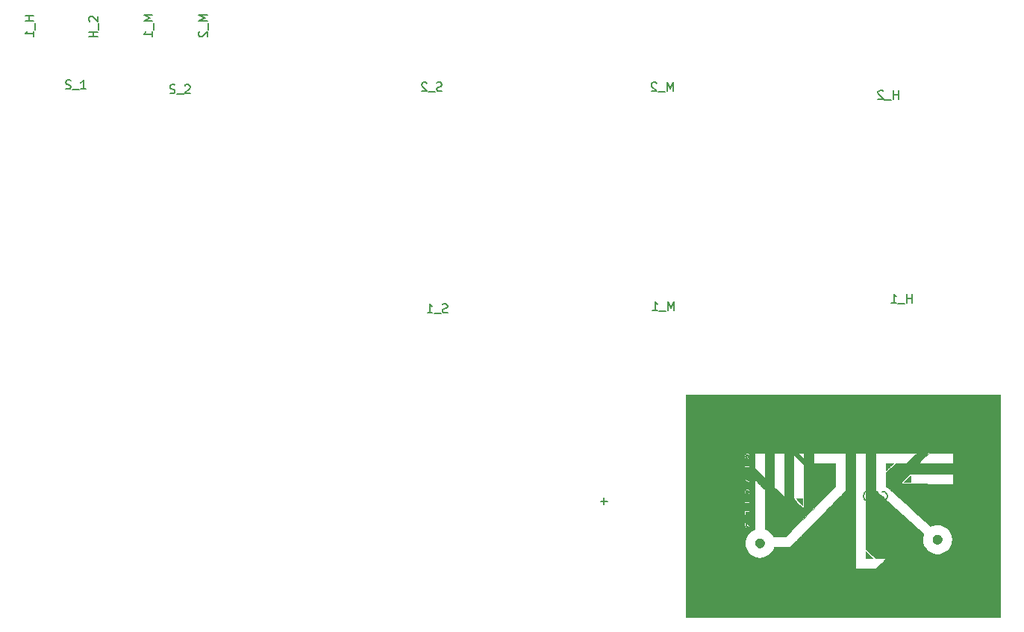
<source format=gbr>
%TF.GenerationSoftware,KiCad,Pcbnew,(6.0.6)*%
%TF.CreationDate,2022-07-28T15:02:35+08:00*%
%TF.ProjectId,Motor_clock,4d6f746f-725f-4636-9c6f-636b2e6b6963,rev?*%
%TF.SameCoordinates,Original*%
%TF.FileFunction,Legend,Bot*%
%TF.FilePolarity,Positive*%
%FSLAX46Y46*%
G04 Gerber Fmt 4.6, Leading zero omitted, Abs format (unit mm)*
G04 Created by KiCad (PCBNEW (6.0.6)) date 2022-07-28 15:02:35*
%MOMM*%
%LPD*%
G01*
G04 APERTURE LIST*
%ADD10C,0.150000*%
%ADD11C,0.010000*%
G04 APERTURE END LIST*
D10*
X157860857Y-94384761D02*
X157718000Y-94432380D01*
X157479904Y-94432380D01*
X157384666Y-94384761D01*
X157337047Y-94337142D01*
X157289428Y-94241904D01*
X157289428Y-94146666D01*
X157337047Y-94051428D01*
X157384666Y-94003809D01*
X157479904Y-93956190D01*
X157670380Y-93908571D01*
X157765619Y-93860952D01*
X157813238Y-93813333D01*
X157860857Y-93718095D01*
X157860857Y-93622857D01*
X157813238Y-93527619D01*
X157765619Y-93480000D01*
X157670380Y-93432380D01*
X157432285Y-93432380D01*
X157289428Y-93480000D01*
X157098952Y-94527619D02*
X156337047Y-94527619D01*
X155575142Y-94432380D02*
X156146571Y-94432380D01*
X155860857Y-94432380D02*
X155860857Y-93432380D01*
X155956095Y-93575238D01*
X156051333Y-93670476D01*
X156146571Y-93718095D01*
X118181380Y-63118857D02*
X117181380Y-63118857D01*
X117657571Y-63118857D02*
X117657571Y-62547428D01*
X118181380Y-62547428D02*
X117181380Y-62547428D01*
X118276619Y-62309333D02*
X118276619Y-61547428D01*
X117276619Y-61356952D02*
X117229000Y-61309333D01*
X117181380Y-61214095D01*
X117181380Y-60976000D01*
X117229000Y-60880761D01*
X117276619Y-60833142D01*
X117371857Y-60785523D01*
X117467095Y-60785523D01*
X117609952Y-60833142D01*
X118181380Y-61404571D01*
X118181380Y-60785523D01*
X157225857Y-69238761D02*
X157083000Y-69286380D01*
X156844904Y-69286380D01*
X156749666Y-69238761D01*
X156702047Y-69191142D01*
X156654428Y-69095904D01*
X156654428Y-69000666D01*
X156702047Y-68905428D01*
X156749666Y-68857809D01*
X156844904Y-68810190D01*
X157035380Y-68762571D01*
X157130619Y-68714952D01*
X157178238Y-68667333D01*
X157225857Y-68572095D01*
X157225857Y-68476857D01*
X157178238Y-68381619D01*
X157130619Y-68334000D01*
X157035380Y-68286380D01*
X156797285Y-68286380D01*
X156654428Y-68334000D01*
X156463952Y-69381619D02*
X155702047Y-69381619D01*
X155511571Y-68381619D02*
X155463952Y-68334000D01*
X155368714Y-68286380D01*
X155130619Y-68286380D01*
X155035380Y-68334000D01*
X154987761Y-68381619D01*
X154940142Y-68476857D01*
X154940142Y-68572095D01*
X154987761Y-68714952D01*
X155559190Y-69286380D01*
X154940142Y-69286380D01*
X126365142Y-69492761D02*
X126508000Y-69540380D01*
X126746095Y-69540380D01*
X126841333Y-69492761D01*
X126888952Y-69445142D01*
X126936571Y-69349904D01*
X126936571Y-69254666D01*
X126888952Y-69159428D01*
X126841333Y-69111809D01*
X126746095Y-69064190D01*
X126555619Y-69016571D01*
X126460380Y-68968952D01*
X126412761Y-68921333D01*
X126365142Y-68826095D01*
X126365142Y-68730857D01*
X126412761Y-68635619D01*
X126460380Y-68588000D01*
X126555619Y-68540380D01*
X126793714Y-68540380D01*
X126936571Y-68588000D01*
X127127047Y-69635619D02*
X127888952Y-69635619D01*
X128079428Y-68635619D02*
X128127047Y-68588000D01*
X128222285Y-68540380D01*
X128460380Y-68540380D01*
X128555619Y-68588000D01*
X128603238Y-68635619D01*
X128650857Y-68730857D01*
X128650857Y-68826095D01*
X128603238Y-68968952D01*
X128031809Y-69540380D01*
X128650857Y-69540380D01*
X114554142Y-68984761D02*
X114697000Y-69032380D01*
X114935095Y-69032380D01*
X115030333Y-68984761D01*
X115077952Y-68937142D01*
X115125571Y-68841904D01*
X115125571Y-68746666D01*
X115077952Y-68651428D01*
X115030333Y-68603809D01*
X114935095Y-68556190D01*
X114744619Y-68508571D01*
X114649380Y-68460952D01*
X114601761Y-68413333D01*
X114554142Y-68318095D01*
X114554142Y-68222857D01*
X114601761Y-68127619D01*
X114649380Y-68080000D01*
X114744619Y-68032380D01*
X114982714Y-68032380D01*
X115125571Y-68080000D01*
X115316047Y-69127619D02*
X116077952Y-69127619D01*
X116839857Y-69032380D02*
X116268428Y-69032380D01*
X116554142Y-69032380D02*
X116554142Y-68032380D01*
X116458904Y-68175238D01*
X116363666Y-68270476D01*
X116268428Y-68318095D01*
X110942380Y-60706142D02*
X109942380Y-60706142D01*
X110418571Y-60706142D02*
X110418571Y-61277571D01*
X110942380Y-61277571D02*
X109942380Y-61277571D01*
X111037619Y-61515666D02*
X111037619Y-62277571D01*
X110942380Y-63039476D02*
X110942380Y-62468047D01*
X110942380Y-62753761D02*
X109942380Y-62753761D01*
X110085238Y-62658523D01*
X110180476Y-62563285D01*
X110228095Y-62468047D01*
X130627380Y-60658523D02*
X129627380Y-60658523D01*
X130341666Y-60991857D01*
X129627380Y-61325190D01*
X130627380Y-61325190D01*
X130722619Y-61563285D02*
X130722619Y-62325190D01*
X129722619Y-62515666D02*
X129675000Y-62563285D01*
X129627380Y-62658523D01*
X129627380Y-62896619D01*
X129675000Y-62991857D01*
X129722619Y-63039476D01*
X129817857Y-63087095D01*
X129913095Y-63087095D01*
X130055952Y-63039476D01*
X130627380Y-62468047D01*
X130627380Y-63087095D01*
X183562476Y-94178380D02*
X183562476Y-93178380D01*
X183229142Y-93892666D01*
X182895809Y-93178380D01*
X182895809Y-94178380D01*
X182657714Y-94273619D02*
X181895809Y-94273619D01*
X181133904Y-94178380D02*
X181705333Y-94178380D01*
X181419619Y-94178380D02*
X181419619Y-93178380D01*
X181514857Y-93321238D01*
X181610095Y-93416476D01*
X181705333Y-93464095D01*
X207162304Y-114765200D02*
X207257542Y-114717580D01*
X207400400Y-114717580D01*
X207543257Y-114765200D01*
X207638495Y-114860438D01*
X207686114Y-114955676D01*
X207733733Y-115146152D01*
X207733733Y-115289009D01*
X207686114Y-115479485D01*
X207638495Y-115574723D01*
X207543257Y-115669961D01*
X207400400Y-115717580D01*
X207305161Y-115717580D01*
X207162304Y-115669961D01*
X207114685Y-115622342D01*
X207114685Y-115289009D01*
X207305161Y-115289009D01*
X206686114Y-115717580D02*
X206686114Y-114717580D01*
X206114685Y-115717580D01*
X206114685Y-114717580D01*
X205638495Y-115717580D02*
X205638495Y-114717580D01*
X205400400Y-114717580D01*
X205257542Y-114765200D01*
X205162304Y-114860438D01*
X205114685Y-114955676D01*
X205067066Y-115146152D01*
X205067066Y-115289009D01*
X205114685Y-115479485D01*
X205162304Y-115574723D01*
X205257542Y-115669961D01*
X205400400Y-115717580D01*
X205638495Y-115717580D01*
X209041857Y-70175380D02*
X209041857Y-69175380D01*
X209041857Y-69651571D02*
X208470428Y-69651571D01*
X208470428Y-70175380D02*
X208470428Y-69175380D01*
X208232333Y-70270619D02*
X207470428Y-70270619D01*
X207279952Y-69270619D02*
X207232333Y-69223000D01*
X207137095Y-69175380D01*
X206899000Y-69175380D01*
X206803761Y-69223000D01*
X206756142Y-69270619D01*
X206708523Y-69365857D01*
X206708523Y-69461095D01*
X206756142Y-69603952D01*
X207327571Y-70175380D01*
X206708523Y-70175380D01*
X175996552Y-115793828D02*
X175234647Y-115793828D01*
X175615600Y-116174780D02*
X175615600Y-115412876D01*
X210565857Y-93289380D02*
X210565857Y-92289380D01*
X210565857Y-92765571D02*
X209994428Y-92765571D01*
X209994428Y-93289380D02*
X209994428Y-92289380D01*
X209756333Y-93384619D02*
X208994428Y-93384619D01*
X208232523Y-93289380D02*
X208803952Y-93289380D01*
X208518238Y-93289380D02*
X208518238Y-92289380D01*
X208613476Y-92432238D01*
X208708714Y-92527476D01*
X208803952Y-92575095D01*
X124404380Y-60658523D02*
X123404380Y-60658523D01*
X124118666Y-60991857D01*
X123404380Y-61325190D01*
X124404380Y-61325190D01*
X124499619Y-61563285D02*
X124499619Y-62325190D01*
X124404380Y-63087095D02*
X124404380Y-62515666D01*
X124404380Y-62801380D02*
X123404380Y-62801380D01*
X123547238Y-62706142D01*
X123642476Y-62610904D01*
X123690095Y-62515666D01*
X183435476Y-69286380D02*
X183435476Y-68286380D01*
X183102142Y-69000666D01*
X182768809Y-68286380D01*
X182768809Y-69286380D01*
X182530714Y-69381619D02*
X181768809Y-69381619D01*
X181578333Y-68381619D02*
X181530714Y-68334000D01*
X181435476Y-68286380D01*
X181197380Y-68286380D01*
X181102142Y-68334000D01*
X181054523Y-68381619D01*
X181006904Y-68476857D01*
X181006904Y-68572095D01*
X181054523Y-68714952D01*
X181625952Y-69286380D01*
X181006904Y-69286380D01*
%TO.C,G\u002A\u002A\u002A*%
G36*
X210352640Y-113639600D02*
G01*
X209644215Y-113639600D01*
X209909528Y-113377585D01*
X209959990Y-113327793D01*
X210024799Y-113263968D01*
X210087123Y-113202717D01*
X210144570Y-113146385D01*
X210194749Y-113097316D01*
X210235270Y-113057853D01*
X210263740Y-113030342D01*
X210352640Y-112945115D01*
X210352640Y-113639600D01*
G37*
D11*
X210352640Y-113639600D02*
X209644215Y-113639600D01*
X209909528Y-113377585D01*
X209959990Y-113327793D01*
X210024799Y-113263968D01*
X210087123Y-113202717D01*
X210144570Y-113146385D01*
X210194749Y-113097316D01*
X210235270Y-113057853D01*
X210263740Y-113030342D01*
X210352640Y-112945115D01*
X210352640Y-113639600D01*
G36*
X191790320Y-118448989D02*
G01*
X191790297Y-118466652D01*
X191789698Y-118515345D01*
X191787865Y-118549047D01*
X191784227Y-118571876D01*
X191778216Y-118587951D01*
X191769263Y-118601389D01*
X191748273Y-118620008D01*
X191724280Y-118628160D01*
X191702056Y-118621060D01*
X191679298Y-118601389D01*
X191676342Y-118597491D01*
X191668308Y-118583707D01*
X191663050Y-118566084D01*
X191659999Y-118540502D01*
X191658585Y-118502843D01*
X191658240Y-118448989D01*
X191658240Y-118323360D01*
X191790320Y-118323360D01*
X191790320Y-118448989D01*
G37*
X191790320Y-118448989D02*
X191790297Y-118466652D01*
X191789698Y-118515345D01*
X191787865Y-118549047D01*
X191784227Y-118571876D01*
X191778216Y-118587951D01*
X191769263Y-118601389D01*
X191748273Y-118620008D01*
X191724280Y-118628160D01*
X191702056Y-118621060D01*
X191679298Y-118601389D01*
X191676342Y-118597491D01*
X191668308Y-118583707D01*
X191663050Y-118566084D01*
X191659999Y-118540502D01*
X191658585Y-118502843D01*
X191658240Y-118448989D01*
X191658240Y-118323360D01*
X191790320Y-118323360D01*
X191790320Y-118448989D01*
G36*
X198108940Y-116255800D02*
G01*
X197964610Y-116107482D01*
X197928009Y-116069814D01*
X197872032Y-116012079D01*
X197808778Y-115946728D01*
X197742046Y-115877689D01*
X197675633Y-115808891D01*
X197613341Y-115744262D01*
X197406401Y-115529360D01*
X198109840Y-115529360D01*
X198108940Y-116255800D01*
G37*
X198108940Y-116255800D02*
X197964610Y-116107482D01*
X197928009Y-116069814D01*
X197872032Y-116012079D01*
X197808778Y-115946728D01*
X197742046Y-115877689D01*
X197675633Y-115808891D01*
X197613341Y-115744262D01*
X197406401Y-115529360D01*
X198109840Y-115529360D01*
X198108940Y-116255800D01*
G36*
X213510410Y-119629602D02*
G01*
X213563896Y-119640049D01*
X213587239Y-119647501D01*
X213677013Y-119688350D01*
X213755805Y-119743915D01*
X213822288Y-119811911D01*
X213875133Y-119890054D01*
X213913011Y-119976060D01*
X213934595Y-120067645D01*
X213938555Y-120162526D01*
X213923564Y-120258417D01*
X213921595Y-120265733D01*
X213887179Y-120354683D01*
X213836709Y-120436291D01*
X213772852Y-120507996D01*
X213698275Y-120567240D01*
X213615649Y-120611464D01*
X213527640Y-120638109D01*
X213525263Y-120638554D01*
X213422845Y-120647588D01*
X213323282Y-120636916D01*
X213228429Y-120607118D01*
X213140143Y-120558771D01*
X213060282Y-120492454D01*
X213022080Y-120449517D01*
X212969372Y-120367517D01*
X212933736Y-120277811D01*
X212915581Y-120183090D01*
X212915312Y-120086046D01*
X212933337Y-119989368D01*
X212970062Y-119895749D01*
X213008238Y-119835391D01*
X213066925Y-119770305D01*
X213137043Y-119713181D01*
X213213854Y-119667806D01*
X213292623Y-119637963D01*
X213317786Y-119632521D01*
X213378852Y-119625773D01*
X213445894Y-119624822D01*
X213510410Y-119629602D01*
G37*
X213510410Y-119629602D02*
X213563896Y-119640049D01*
X213587239Y-119647501D01*
X213677013Y-119688350D01*
X213755805Y-119743915D01*
X213822288Y-119811911D01*
X213875133Y-119890054D01*
X213913011Y-119976060D01*
X213934595Y-120067645D01*
X213938555Y-120162526D01*
X213923564Y-120258417D01*
X213921595Y-120265733D01*
X213887179Y-120354683D01*
X213836709Y-120436291D01*
X213772852Y-120507996D01*
X213698275Y-120567240D01*
X213615649Y-120611464D01*
X213527640Y-120638109D01*
X213525263Y-120638554D01*
X213422845Y-120647588D01*
X213323282Y-120636916D01*
X213228429Y-120607118D01*
X213140143Y-120558771D01*
X213060282Y-120492454D01*
X213022080Y-120449517D01*
X212969372Y-120367517D01*
X212933736Y-120277811D01*
X212915581Y-120183090D01*
X212915312Y-120086046D01*
X212933337Y-119989368D01*
X212970062Y-119895749D01*
X213008238Y-119835391D01*
X213066925Y-119770305D01*
X213137043Y-119713181D01*
X213213854Y-119667806D01*
X213292623Y-119637963D01*
X213317786Y-119632521D01*
X213378852Y-119625773D01*
X213445894Y-119624822D01*
X213510410Y-119629602D01*
G36*
X208026000Y-111866680D02*
G01*
X207983646Y-111909029D01*
X207912474Y-111980123D01*
X207846464Y-112045972D01*
X207786929Y-112105271D01*
X207735182Y-112156715D01*
X207692537Y-112198999D01*
X207660308Y-112230818D01*
X207639808Y-112250867D01*
X207632350Y-112257840D01*
X207632227Y-112257397D01*
X207631659Y-112243626D01*
X207631140Y-112212186D01*
X207630682Y-112165269D01*
X207630301Y-112105067D01*
X207630010Y-112033774D01*
X207629825Y-111953581D01*
X207629760Y-111866680D01*
X207629760Y-111475520D01*
X208417062Y-111475520D01*
X208026000Y-111866680D01*
G37*
X208026000Y-111866680D02*
X207983646Y-111909029D01*
X207912474Y-111980123D01*
X207846464Y-112045972D01*
X207786929Y-112105271D01*
X207735182Y-112156715D01*
X207692537Y-112198999D01*
X207660308Y-112230818D01*
X207639808Y-112250867D01*
X207632350Y-112257840D01*
X207632227Y-112257397D01*
X207631659Y-112243626D01*
X207631140Y-112212186D01*
X207630682Y-112165269D01*
X207630301Y-112105067D01*
X207630010Y-112033774D01*
X207629825Y-111953581D01*
X207629760Y-111866680D01*
X207629760Y-111475520D01*
X208417062Y-111475520D01*
X208026000Y-111866680D01*
G36*
X191881760Y-113313788D02*
G01*
X191881677Y-113325878D01*
X191880326Y-113361514D01*
X191877666Y-113386412D01*
X191874140Y-113395785D01*
X191865685Y-113393693D01*
X191843112Y-113385147D01*
X191812703Y-113372234D01*
X191779784Y-113357376D01*
X191749679Y-113342995D01*
X191727713Y-113331510D01*
X191719211Y-113325343D01*
X191721308Y-113322909D01*
X191737022Y-113312129D01*
X191764752Y-113295573D01*
X191800491Y-113275688D01*
X191881760Y-113231816D01*
X191881760Y-113313788D01*
G37*
X191881760Y-113313788D02*
X191881677Y-113325878D01*
X191880326Y-113361514D01*
X191877666Y-113386412D01*
X191874140Y-113395785D01*
X191865685Y-113393693D01*
X191843112Y-113385147D01*
X191812703Y-113372234D01*
X191779784Y-113357376D01*
X191749679Y-113342995D01*
X191727713Y-113331510D01*
X191719211Y-113325343D01*
X191721308Y-113322909D01*
X191737022Y-113312129D01*
X191764752Y-113295573D01*
X191800491Y-113275688D01*
X191881760Y-113231816D01*
X191881760Y-113313788D01*
G36*
X205318444Y-121515893D02*
G01*
X205333493Y-121530476D01*
X205360837Y-121557390D01*
X205399161Y-121595332D01*
X205447152Y-121642995D01*
X205503498Y-121699074D01*
X205566883Y-121762265D01*
X205635995Y-121831262D01*
X205709520Y-121904760D01*
X206100582Y-122295920D01*
X205313280Y-122295920D01*
X205313280Y-121904760D01*
X205313283Y-121886118D01*
X205313375Y-121800440D01*
X205313583Y-121721928D01*
X205313893Y-121652776D01*
X205314292Y-121595174D01*
X205314764Y-121551317D01*
X205315295Y-121523394D01*
X205315870Y-121513600D01*
X205318444Y-121515893D01*
G37*
X205318444Y-121515893D02*
X205333493Y-121530476D01*
X205360837Y-121557390D01*
X205399161Y-121595332D01*
X205447152Y-121642995D01*
X205503498Y-121699074D01*
X205566883Y-121762265D01*
X205635995Y-121831262D01*
X205709520Y-121904760D01*
X206100582Y-122295920D01*
X205313280Y-122295920D01*
X205313280Y-121904760D01*
X205313283Y-121886118D01*
X205313375Y-121800440D01*
X205313583Y-121721928D01*
X205313893Y-121652776D01*
X205314292Y-121595174D01*
X205314764Y-121551317D01*
X205315295Y-121523394D01*
X205315870Y-121513600D01*
X205318444Y-121515893D01*
G36*
X193392408Y-120043505D02*
G01*
X193480457Y-120072309D01*
X193563630Y-120118257D01*
X193639576Y-120181739D01*
X193659364Y-120202537D01*
X193719241Y-120279780D01*
X193760426Y-120361165D01*
X193784200Y-120449774D01*
X193791840Y-120548690D01*
X193791796Y-120556029D01*
X193781714Y-120654210D01*
X193753549Y-120743999D01*
X193706697Y-120826814D01*
X193640554Y-120904073D01*
X193634781Y-120909714D01*
X193564235Y-120969395D01*
X193492431Y-121012023D01*
X193414857Y-121040321D01*
X193411542Y-121041190D01*
X193350592Y-121051502D01*
X193281044Y-121055046D01*
X193212133Y-121051774D01*
X193153096Y-121041641D01*
X193100073Y-121024534D01*
X193012234Y-120981159D01*
X192936259Y-120923818D01*
X192873161Y-120854727D01*
X192823953Y-120776100D01*
X192789649Y-120690152D01*
X192771261Y-120599097D01*
X192769805Y-120505150D01*
X192786292Y-120410527D01*
X192821736Y-120317441D01*
X192836774Y-120289161D01*
X192893205Y-120208872D01*
X192961199Y-120142998D01*
X193038407Y-120091929D01*
X193122481Y-120056056D01*
X193211071Y-120035768D01*
X193301829Y-120031454D01*
X193392408Y-120043505D01*
G37*
X193392408Y-120043505D02*
X193480457Y-120072309D01*
X193563630Y-120118257D01*
X193639576Y-120181739D01*
X193659364Y-120202537D01*
X193719241Y-120279780D01*
X193760426Y-120361165D01*
X193784200Y-120449774D01*
X193791840Y-120548690D01*
X193791796Y-120556029D01*
X193781714Y-120654210D01*
X193753549Y-120743999D01*
X193706697Y-120826814D01*
X193640554Y-120904073D01*
X193634781Y-120909714D01*
X193564235Y-120969395D01*
X193492431Y-121012023D01*
X193414857Y-121040321D01*
X193411542Y-121041190D01*
X193350592Y-121051502D01*
X193281044Y-121055046D01*
X193212133Y-121051774D01*
X193153096Y-121041641D01*
X193100073Y-121024534D01*
X193012234Y-120981159D01*
X192936259Y-120923818D01*
X192873161Y-120854727D01*
X192823953Y-120776100D01*
X192789649Y-120690152D01*
X192771261Y-120599097D01*
X192769805Y-120505150D01*
X192786292Y-120410527D01*
X192821736Y-120317441D01*
X192836774Y-120289161D01*
X192893205Y-120208872D01*
X192961199Y-120142998D01*
X193038407Y-120091929D01*
X193122481Y-120056056D01*
X193211071Y-120035768D01*
X193301829Y-120031454D01*
X193392408Y-120043505D01*
G36*
X184871360Y-128930400D02*
G01*
X184871360Y-120596127D01*
X191591587Y-120596127D01*
X191605545Y-120765534D01*
X191636910Y-120934114D01*
X191685992Y-121100576D01*
X191753099Y-121263630D01*
X191838541Y-121421984D01*
X191942628Y-121574346D01*
X192014831Y-121662465D01*
X192140807Y-121790657D01*
X192279747Y-121904160D01*
X192430249Y-122002198D01*
X192590910Y-122083998D01*
X192760326Y-122148785D01*
X192937096Y-122195785D01*
X193119817Y-122224224D01*
X193209804Y-122230947D01*
X193376092Y-122229939D01*
X193543549Y-122211049D01*
X193715800Y-122173969D01*
X193883618Y-122120086D01*
X194048253Y-122046983D01*
X194203420Y-121957127D01*
X194347846Y-121851676D01*
X194480257Y-121731785D01*
X194599378Y-121598613D01*
X194703936Y-121453315D01*
X194792657Y-121297049D01*
X194864266Y-121130972D01*
X194902163Y-121027744D01*
X195015022Y-121021967D01*
X195017195Y-121021860D01*
X195047609Y-121020759D01*
X195096294Y-121019424D01*
X195161405Y-121017891D01*
X195241100Y-121016194D01*
X195333536Y-121014371D01*
X195436869Y-121012455D01*
X195549256Y-121010482D01*
X195668855Y-121008487D01*
X195793822Y-121006507D01*
X195922314Y-121004575D01*
X196716747Y-120992961D01*
X197015070Y-120691940D01*
X197015220Y-120691788D01*
X197071271Y-120635156D01*
X197139674Y-120565924D01*
X197218557Y-120485989D01*
X197306048Y-120397253D01*
X197400277Y-120301616D01*
X197499372Y-120200977D01*
X197601462Y-120097235D01*
X197704675Y-119992292D01*
X197807141Y-119888047D01*
X197906988Y-119786400D01*
X198005704Y-119685882D01*
X198108594Y-119581146D01*
X198212418Y-119475487D01*
X198303110Y-119383215D01*
X204136079Y-119383215D01*
X204136083Y-119671824D01*
X204136103Y-119954938D01*
X204136137Y-120231883D01*
X204136187Y-120501987D01*
X204136252Y-120764575D01*
X204136332Y-121018972D01*
X204136429Y-121264506D01*
X204136541Y-121500502D01*
X204136669Y-121726287D01*
X204136814Y-121941186D01*
X204136975Y-122144526D01*
X204137152Y-122335632D01*
X204137346Y-122513831D01*
X204137557Y-122678450D01*
X204137785Y-122828813D01*
X204138030Y-122964247D01*
X204138292Y-123084079D01*
X204138572Y-123187634D01*
X204138869Y-123274239D01*
X204139184Y-123343219D01*
X204139517Y-123393901D01*
X204139868Y-123425610D01*
X204140237Y-123437674D01*
X204147142Y-123474480D01*
X206435547Y-123474480D01*
X207017414Y-122892939D01*
X207058191Y-122852166D01*
X207146531Y-122763701D01*
X207230123Y-122679811D01*
X207307893Y-122601583D01*
X207378770Y-122530101D01*
X207441684Y-122466451D01*
X207495561Y-122411718D01*
X207539331Y-122366987D01*
X207571922Y-122333343D01*
X207592262Y-122311872D01*
X207599280Y-122303659D01*
X207599277Y-122303632D01*
X207589040Y-122302250D01*
X207560268Y-122300947D01*
X207514714Y-122299746D01*
X207454131Y-122298669D01*
X207380271Y-122297738D01*
X207294886Y-122296976D01*
X207199728Y-122296404D01*
X207096550Y-122296044D01*
X206987104Y-122295920D01*
X206374928Y-122295920D01*
X205310458Y-121231304D01*
X205316797Y-112464410D01*
X206441164Y-112464410D01*
X206441287Y-114609880D01*
X206521448Y-114681000D01*
X206528121Y-114686971D01*
X206550743Y-114707335D01*
X206587520Y-114740510D01*
X206637891Y-114785986D01*
X206701291Y-114843257D01*
X206777160Y-114911812D01*
X206864935Y-114991143D01*
X206964053Y-115080742D01*
X207073951Y-115180101D01*
X207194069Y-115288710D01*
X207323843Y-115406061D01*
X207462711Y-115531646D01*
X207610110Y-115664956D01*
X207765478Y-115805482D01*
X207928254Y-115952716D01*
X208097874Y-116106150D01*
X208273776Y-116265274D01*
X208455397Y-116429580D01*
X208642176Y-116598560D01*
X208833551Y-116771706D01*
X209028957Y-116948507D01*
X209227834Y-117128457D01*
X211854060Y-119504795D01*
X211826017Y-119587758D01*
X211802497Y-119662970D01*
X211761282Y-119841447D01*
X211739405Y-120022122D01*
X211736937Y-120203116D01*
X211753946Y-120382555D01*
X211790499Y-120558560D01*
X211808044Y-120619776D01*
X211871355Y-120792767D01*
X211951728Y-120955934D01*
X212048122Y-121108287D01*
X212159498Y-121248836D01*
X212284813Y-121376591D01*
X212423028Y-121490563D01*
X212573102Y-121589761D01*
X212733994Y-121673197D01*
X212904663Y-121739881D01*
X213084069Y-121788822D01*
X213101542Y-121792447D01*
X213144031Y-121799730D01*
X213189949Y-121805122D01*
X213243515Y-121808961D01*
X213308952Y-121811583D01*
X213390480Y-121813327D01*
X213402076Y-121813500D01*
X213466433Y-121814188D01*
X213524946Y-121814378D01*
X213573997Y-121814088D01*
X213609967Y-121813335D01*
X213629240Y-121812138D01*
X213684010Y-121803427D01*
X213871427Y-121761490D01*
X214048218Y-121702262D01*
X214214585Y-121625640D01*
X214370729Y-121531522D01*
X214516853Y-121419805D01*
X214653159Y-121290386D01*
X214678499Y-121263154D01*
X214795037Y-121120485D01*
X214893918Y-120967878D01*
X214974956Y-120805752D01*
X215037964Y-120634528D01*
X215082755Y-120454624D01*
X215109142Y-120266460D01*
X215115449Y-120117747D01*
X215105098Y-119941759D01*
X215076064Y-119769282D01*
X215029224Y-119601631D01*
X214965454Y-119440121D01*
X214885630Y-119286070D01*
X214790628Y-119140792D01*
X214681325Y-119005603D01*
X214558596Y-118881820D01*
X214423318Y-118770757D01*
X214276367Y-118673732D01*
X214118619Y-118592060D01*
X213950950Y-118527057D01*
X213878998Y-118504500D01*
X213809016Y-118485325D01*
X213743398Y-118471214D01*
X213677216Y-118461457D01*
X213605546Y-118455340D01*
X213523463Y-118452152D01*
X213426040Y-118451181D01*
X213369156Y-118451244D01*
X213303486Y-118451880D01*
X213251241Y-118453410D01*
X213208386Y-118456111D01*
X213170890Y-118460264D01*
X213134719Y-118466147D01*
X213095840Y-118474040D01*
X213084212Y-118476608D01*
X213006029Y-118496225D01*
X212924418Y-118520193D01*
X212845243Y-118546577D01*
X212774372Y-118573440D01*
X212717670Y-118598847D01*
X212689067Y-118612654D01*
X212663122Y-118623860D01*
X212649245Y-118628160D01*
X212648972Y-118628025D01*
X212638596Y-118619423D01*
X212613865Y-118597807D01*
X212575396Y-118563731D01*
X212523805Y-118517750D01*
X212459707Y-118460418D01*
X212383717Y-118392290D01*
X212296451Y-118313921D01*
X212198525Y-118225864D01*
X212090554Y-118128675D01*
X211973155Y-118022909D01*
X211846941Y-117909119D01*
X211712529Y-117787860D01*
X211570535Y-117659686D01*
X211421574Y-117525153D01*
X211266262Y-117384815D01*
X211105213Y-117239226D01*
X210939045Y-117088940D01*
X210768371Y-116934514D01*
X210593809Y-116776500D01*
X210474083Y-116668101D01*
X210293801Y-116504875D01*
X210114825Y-116342834D01*
X209937964Y-116182709D01*
X209764029Y-116025234D01*
X209593828Y-115871140D01*
X209428170Y-115721161D01*
X209267865Y-115576029D01*
X209113721Y-115436477D01*
X208966549Y-115303237D01*
X208827157Y-115177042D01*
X208696354Y-115058625D01*
X208574950Y-114948717D01*
X208463754Y-114848053D01*
X208363575Y-114757363D01*
X208275223Y-114677382D01*
X208199505Y-114608841D01*
X208137233Y-114552474D01*
X208089214Y-114509012D01*
X207629760Y-114093184D01*
X207629760Y-113837720D01*
X209362040Y-113837720D01*
X215188800Y-113842834D01*
X215188800Y-112664240D01*
X212768180Y-112664421D01*
X210347560Y-112664603D01*
X209854800Y-113146798D01*
X209362040Y-113628992D01*
X209362040Y-113837720D01*
X207629760Y-113837720D01*
X207629760Y-113320256D01*
X207629761Y-112547328D01*
X208165736Y-112011424D01*
X208701712Y-111475520D01*
X209959042Y-111475520D01*
X209966839Y-111467781D01*
X211307680Y-111467781D01*
X211307714Y-111467827D01*
X211318853Y-111468611D01*
X211349271Y-111469373D01*
X211397983Y-111470109D01*
X211464006Y-111470815D01*
X211546355Y-111471488D01*
X211644046Y-111472122D01*
X211756095Y-111472715D01*
X211881517Y-111473261D01*
X212019329Y-111473759D01*
X212168547Y-111474202D01*
X212328185Y-111474588D01*
X212497259Y-111474913D01*
X212674786Y-111475173D01*
X212859782Y-111475363D01*
X213051261Y-111475480D01*
X213248240Y-111475520D01*
X215188800Y-111475520D01*
X215188800Y-110286800D01*
X212481570Y-110286800D01*
X211894625Y-110873421D01*
X211849537Y-110918507D01*
X211760987Y-111007189D01*
X211677229Y-111091251D01*
X211599329Y-111169612D01*
X211528354Y-111241193D01*
X211465372Y-111304912D01*
X211411448Y-111359691D01*
X211367650Y-111404447D01*
X211335045Y-111438101D01*
X211314699Y-111459572D01*
X211307680Y-111467781D01*
X209966839Y-111467781D01*
X210549541Y-110889431D01*
X210595753Y-110843550D01*
X210684799Y-110755054D01*
X210769098Y-110671161D01*
X210847574Y-110592951D01*
X210919151Y-110521500D01*
X210982751Y-110457886D01*
X211037298Y-110403185D01*
X211081716Y-110358476D01*
X211114927Y-110324836D01*
X211135857Y-110303342D01*
X211143427Y-110295071D01*
X211139238Y-110294564D01*
X211116598Y-110293812D01*
X211075122Y-110293081D01*
X211015703Y-110292374D01*
X210939235Y-110291695D01*
X210846611Y-110291047D01*
X210738724Y-110290432D01*
X210616467Y-110289854D01*
X210480734Y-110289316D01*
X210332418Y-110288822D01*
X210172412Y-110288373D01*
X210001609Y-110287975D01*
X209820904Y-110287629D01*
X209631189Y-110287339D01*
X209433357Y-110287108D01*
X209228301Y-110286938D01*
X209016916Y-110286835D01*
X208800094Y-110286800D01*
X208598617Y-110286805D01*
X208354935Y-110286829D01*
X208130226Y-110286878D01*
X207923729Y-110286958D01*
X207734683Y-110287073D01*
X207562329Y-110287228D01*
X207405906Y-110287429D01*
X207264653Y-110287681D01*
X207137809Y-110287989D01*
X207024616Y-110288358D01*
X206924310Y-110288793D01*
X206836134Y-110289301D01*
X206759325Y-110289885D01*
X206693123Y-110290551D01*
X206636769Y-110291305D01*
X206589500Y-110292151D01*
X206550558Y-110293095D01*
X206519181Y-110294141D01*
X206494609Y-110295296D01*
X206476082Y-110296563D01*
X206462839Y-110297950D01*
X206454119Y-110299459D01*
X206449162Y-110301098D01*
X206447208Y-110302870D01*
X206446688Y-110311828D01*
X206446107Y-110340314D01*
X206445545Y-110387353D01*
X206445005Y-110451998D01*
X206444489Y-110533305D01*
X206444000Y-110630326D01*
X206443541Y-110742119D01*
X206443114Y-110867736D01*
X206442722Y-111006232D01*
X206442368Y-111156662D01*
X206442054Y-111318081D01*
X206441783Y-111489543D01*
X206441557Y-111670103D01*
X206441380Y-111858815D01*
X206441254Y-112054734D01*
X206441181Y-112256914D01*
X206441164Y-112464410D01*
X205316797Y-112464410D01*
X205318360Y-110302040D01*
X204732624Y-110299417D01*
X204146887Y-110296795D01*
X204142961Y-111279857D01*
X204142567Y-111387929D01*
X204142181Y-111512610D01*
X204141806Y-111652688D01*
X204141441Y-111807489D01*
X204141086Y-111976338D01*
X204140742Y-112158562D01*
X204140409Y-112353486D01*
X204140088Y-112560438D01*
X204139777Y-112778742D01*
X204139478Y-113007726D01*
X204139190Y-113246714D01*
X204138914Y-113495034D01*
X204138650Y-113752012D01*
X204138398Y-114016973D01*
X204138158Y-114289243D01*
X204137930Y-114568150D01*
X204137715Y-114853018D01*
X204137512Y-115143174D01*
X204137322Y-115437944D01*
X204137145Y-115736655D01*
X204136981Y-116038631D01*
X204136830Y-116343200D01*
X204136692Y-116649688D01*
X204136568Y-116957420D01*
X204136458Y-117265723D01*
X204136361Y-117573923D01*
X204136278Y-117881345D01*
X204136210Y-118187317D01*
X204136155Y-118491163D01*
X204136115Y-118792211D01*
X204136090Y-119089787D01*
X204136079Y-119383215D01*
X198303110Y-119383215D01*
X198315280Y-119370833D01*
X198415285Y-119269112D01*
X198510536Y-119172254D01*
X198599137Y-119082185D01*
X198679193Y-119000834D01*
X198748807Y-118930130D01*
X198806085Y-118872000D01*
X198847866Y-118829595D01*
X198904884Y-118771683D01*
X198974470Y-118700972D01*
X199055770Y-118618334D01*
X199147927Y-118524637D01*
X199250087Y-118420754D01*
X199361392Y-118307554D01*
X199480989Y-118185909D01*
X199608021Y-118056689D01*
X199741633Y-117920764D01*
X199880969Y-117779005D01*
X200025173Y-117632284D01*
X200173390Y-117481469D01*
X200324764Y-117327433D01*
X200478440Y-117171045D01*
X200633562Y-117013177D01*
X200789274Y-116854699D01*
X200944721Y-116696482D01*
X201099047Y-116539395D01*
X201251397Y-116384311D01*
X201400914Y-116232099D01*
X201546744Y-116083630D01*
X201688031Y-115939775D01*
X201823919Y-115801405D01*
X201953552Y-115669389D01*
X202076075Y-115544600D01*
X202116940Y-115502981D01*
X202213182Y-115405002D01*
X202308038Y-115308486D01*
X202400081Y-115214881D01*
X202487884Y-115125638D01*
X202570021Y-115042205D01*
X202645062Y-114966032D01*
X202711583Y-114898567D01*
X202768156Y-114841261D01*
X202813353Y-114795563D01*
X202845748Y-114762921D01*
X203006960Y-114601002D01*
X203006960Y-110286800D01*
X199399997Y-110286800D01*
X199400043Y-110296960D01*
X199402619Y-110878620D01*
X199405240Y-111470440D01*
X201828400Y-111475602D01*
X201828400Y-114110202D01*
X201770026Y-114172081D01*
X201768074Y-114174127D01*
X201752161Y-114190533D01*
X201722730Y-114220694D01*
X201680346Y-114264035D01*
X201625577Y-114319979D01*
X201558987Y-114387950D01*
X201481143Y-114467371D01*
X201392612Y-114557665D01*
X201293958Y-114658256D01*
X201185748Y-114768568D01*
X201068548Y-114888025D01*
X200942924Y-115016048D01*
X200809443Y-115152064D01*
X200668669Y-115295494D01*
X200521170Y-115445762D01*
X200367511Y-115602292D01*
X200208258Y-115764508D01*
X200043977Y-115931832D01*
X199875235Y-116103689D01*
X199702596Y-116279502D01*
X199526629Y-116458695D01*
X199347897Y-116640691D01*
X199166968Y-116824913D01*
X198984408Y-117010785D01*
X198800782Y-117197731D01*
X198616656Y-117385174D01*
X198432597Y-117572538D01*
X198249171Y-117759247D01*
X198066943Y-117944723D01*
X197886480Y-118128390D01*
X197708348Y-118309673D01*
X197533112Y-118487993D01*
X197361339Y-118662776D01*
X197193595Y-118833444D01*
X197030445Y-118999421D01*
X196872456Y-119160131D01*
X196720195Y-119314997D01*
X196219549Y-119824172D01*
X195810875Y-119830755D01*
X195731599Y-119832054D01*
X195621070Y-119833925D01*
X195507172Y-119835913D01*
X195394643Y-119837931D01*
X195288220Y-119839895D01*
X195192640Y-119841720D01*
X195112640Y-119843320D01*
X194823080Y-119849303D01*
X194773078Y-119752630D01*
X194717711Y-119655075D01*
X194619928Y-119514631D01*
X194506486Y-119382995D01*
X194379786Y-119262382D01*
X194242231Y-119155003D01*
X194096223Y-119063074D01*
X193944163Y-118988807D01*
X193852800Y-118950495D01*
X193853049Y-118405787D01*
X193853072Y-118377637D01*
X193853213Y-118297298D01*
X193853470Y-118198863D01*
X193853835Y-118083892D01*
X193854303Y-117953947D01*
X193854865Y-117810590D01*
X193855515Y-117655382D01*
X193856246Y-117489886D01*
X193857051Y-117315663D01*
X193857922Y-117134275D01*
X193858853Y-116947283D01*
X193859838Y-116756250D01*
X193860868Y-116562738D01*
X193861937Y-116368307D01*
X193863037Y-116174520D01*
X193872778Y-114487960D01*
X193565707Y-114180804D01*
X194894575Y-114180804D01*
X195455946Y-114738242D01*
X195547413Y-114828998D01*
X195642188Y-114922803D01*
X195724348Y-115003768D01*
X195794823Y-115072734D01*
X195854539Y-115130547D01*
X195904425Y-115178048D01*
X195945410Y-115216082D01*
X195978420Y-115245491D01*
X196004384Y-115267120D01*
X196024231Y-115281810D01*
X196038887Y-115290406D01*
X196049282Y-115293750D01*
X196056343Y-115292687D01*
X196060998Y-115288060D01*
X196061587Y-115278539D01*
X196062290Y-115249826D01*
X196063056Y-115203169D01*
X196063873Y-115139800D01*
X196064731Y-115060949D01*
X196065620Y-114967850D01*
X196066529Y-114861732D01*
X196067448Y-114743827D01*
X196068366Y-114615367D01*
X196069272Y-114477583D01*
X196070157Y-114331706D01*
X196071009Y-114178968D01*
X196071817Y-114020600D01*
X196072227Y-113937901D01*
X196073091Y-113770759D01*
X196073998Y-113604512D01*
X196074935Y-113440926D01*
X196075891Y-113281766D01*
X196076853Y-113128799D01*
X196077555Y-113022466D01*
X197134480Y-113022466D01*
X197134488Y-113236307D01*
X197134523Y-113491619D01*
X197134589Y-113727862D01*
X197134691Y-113945739D01*
X197134831Y-114145952D01*
X197135015Y-114329202D01*
X197135247Y-114496192D01*
X197135529Y-114647624D01*
X197135867Y-114784198D01*
X197136263Y-114906618D01*
X197136723Y-115015586D01*
X197137249Y-115111802D01*
X197137847Y-115195969D01*
X197138519Y-115268789D01*
X197139270Y-115330963D01*
X197140104Y-115383195D01*
X197141025Y-115426184D01*
X197142036Y-115460635D01*
X197143142Y-115487247D01*
X197144347Y-115506724D01*
X197145654Y-115519767D01*
X197147068Y-115527078D01*
X197148592Y-115529360D01*
X197155410Y-115531488D01*
X197161292Y-115545388D01*
X197162934Y-115548611D01*
X197176240Y-115565363D01*
X197201948Y-115594847D01*
X197238904Y-115635820D01*
X197285957Y-115687037D01*
X197341952Y-115747258D01*
X197405739Y-115815239D01*
X197476165Y-115889736D01*
X197552076Y-115969509D01*
X197632320Y-116053312D01*
X198104760Y-116545209D01*
X198202211Y-116545284D01*
X198299661Y-116545360D01*
X198306351Y-116345606D01*
X198306380Y-116344702D01*
X198307020Y-116314475D01*
X198307642Y-116265005D01*
X198308245Y-116197324D01*
X198308826Y-116112462D01*
X198309381Y-116011450D01*
X198309909Y-115895319D01*
X198310405Y-115765099D01*
X198310867Y-115621821D01*
X198311293Y-115466515D01*
X198311680Y-115300213D01*
X198312024Y-115123945D01*
X198312323Y-114938742D01*
X198312573Y-114745634D01*
X198312774Y-114545653D01*
X198312920Y-114339828D01*
X198313010Y-114129191D01*
X198313040Y-113914773D01*
X198313040Y-111683694D01*
X197949820Y-111323049D01*
X197897095Y-111270708D01*
X197813040Y-111187300D01*
X197726858Y-111101821D01*
X197641306Y-111017003D01*
X197559142Y-110935579D01*
X197483122Y-110860280D01*
X197416003Y-110793839D01*
X197360540Y-110738989D01*
X197134480Y-110515573D01*
X197134480Y-113022466D01*
X196077555Y-113022466D01*
X196077810Y-112983791D01*
X196078750Y-112848507D01*
X196079662Y-112724713D01*
X196080533Y-112614176D01*
X196081352Y-112518660D01*
X196082107Y-112439933D01*
X196082786Y-112379760D01*
X196082818Y-112377243D01*
X196083632Y-112304133D01*
X196084475Y-112213344D01*
X196085329Y-112107419D01*
X196086181Y-111988895D01*
X196087014Y-111860316D01*
X196087812Y-111724219D01*
X196088560Y-111583147D01*
X196089242Y-111439639D01*
X196089843Y-111296237D01*
X196090346Y-111155480D01*
X196093080Y-110312200D01*
X194909440Y-110306956D01*
X194907618Y-111132538D01*
X194907500Y-111184879D01*
X194907192Y-111312118D01*
X194906869Y-111433755D01*
X194906537Y-111548154D01*
X194906201Y-111653680D01*
X194905867Y-111748696D01*
X194905542Y-111831570D01*
X194905231Y-111900664D01*
X194904940Y-111954344D01*
X194904675Y-111990974D01*
X194904442Y-112008920D01*
X194904265Y-112021155D01*
X194903982Y-112053553D01*
X194903636Y-112103708D01*
X194903233Y-112170203D01*
X194902780Y-112251620D01*
X194902285Y-112346540D01*
X194901756Y-112453548D01*
X194901198Y-112571224D01*
X194900620Y-112698151D01*
X194900028Y-112832911D01*
X194899430Y-112974088D01*
X194898832Y-113120262D01*
X194894575Y-114180804D01*
X193565707Y-114180804D01*
X193289167Y-113904188D01*
X193246019Y-113861053D01*
X193157631Y-113772848D01*
X193073911Y-113689510D01*
X192995934Y-113612098D01*
X192924776Y-113541671D01*
X192861511Y-113479287D01*
X192807213Y-113426005D01*
X192762958Y-113382884D01*
X192729820Y-113350981D01*
X192708874Y-113331357D01*
X192701195Y-113325068D01*
X192700917Y-113331302D01*
X192700483Y-113356616D01*
X192699974Y-113400447D01*
X192699392Y-113461777D01*
X192698745Y-113539587D01*
X192698463Y-113576627D01*
X192698036Y-113632861D01*
X192697271Y-113740580D01*
X192696456Y-113861726D01*
X192695596Y-113995281D01*
X192694695Y-114140227D01*
X192693759Y-114295547D01*
X192692793Y-114460221D01*
X192691803Y-114633233D01*
X192690990Y-114778314D01*
X192690793Y-114813564D01*
X192689768Y-115000196D01*
X192688735Y-115192112D01*
X192687697Y-115388292D01*
X192686661Y-115587721D01*
X192685631Y-115789378D01*
X192684981Y-115918803D01*
X192684613Y-115992247D01*
X192683612Y-116195310D01*
X192682632Y-116397548D01*
X192681680Y-116597943D01*
X192680760Y-116795478D01*
X192679878Y-116989135D01*
X192679038Y-117177895D01*
X192678246Y-117360741D01*
X192678190Y-117373999D01*
X192677508Y-117536654D01*
X192676828Y-117704618D01*
X192676211Y-117863612D01*
X192675663Y-118012621D01*
X192675189Y-118150626D01*
X192674793Y-118276608D01*
X192674483Y-118389550D01*
X192674261Y-118488434D01*
X192674134Y-118572242D01*
X192674107Y-118639956D01*
X192674123Y-118677266D01*
X192674240Y-118961632D01*
X192554982Y-119018978D01*
X192498412Y-119047424D01*
X192341316Y-119140696D01*
X192198223Y-119247346D01*
X192069443Y-119366082D01*
X191955284Y-119495613D01*
X191856058Y-119634648D01*
X191772072Y-119781895D01*
X191703636Y-119936064D01*
X191651061Y-120095863D01*
X191614654Y-120260001D01*
X191594727Y-120427186D01*
X191591587Y-120596127D01*
X184871360Y-120596127D01*
X184871360Y-118259297D01*
X191546989Y-118259297D01*
X191547268Y-118316627D01*
X191548223Y-118391940D01*
X191548797Y-118429251D01*
X191550088Y-118496382D01*
X191551677Y-118547614D01*
X191553840Y-118585969D01*
X191556854Y-118614471D01*
X191560995Y-118636140D01*
X191566539Y-118653998D01*
X191573763Y-118671069D01*
X191586250Y-118694488D01*
X191619226Y-118732016D01*
X191662693Y-118753387D01*
X191719200Y-118760164D01*
X191751121Y-118758354D01*
X191798171Y-118744872D01*
X191834238Y-118716267D01*
X191863036Y-118670218D01*
X191887337Y-118619087D01*
X191985602Y-118687024D01*
X192022264Y-118713414D01*
X192055407Y-118739452D01*
X192078685Y-118760248D01*
X192088543Y-118772840D01*
X192090401Y-118778338D01*
X192102758Y-118790306D01*
X192118827Y-118783946D01*
X192120661Y-118778370D01*
X192123204Y-118755750D01*
X192124951Y-118720470D01*
X192125600Y-118677266D01*
X192125311Y-118632718D01*
X192123939Y-118602965D01*
X192120763Y-118586280D01*
X192115066Y-118578975D01*
X192106127Y-118577360D01*
X192094869Y-118579011D01*
X192083267Y-118587339D01*
X192076320Y-118586803D01*
X192055871Y-118576730D01*
X192025423Y-118558361D01*
X191988440Y-118533657D01*
X191897000Y-118469997D01*
X191894015Y-118396678D01*
X191891030Y-118323360D01*
X191987995Y-118323360D01*
X192002628Y-118323396D01*
X192043750Y-118324282D01*
X192068912Y-118326755D01*
X192081515Y-118331349D01*
X192084960Y-118338600D01*
X192089038Y-118347803D01*
X192106661Y-118353840D01*
X192113523Y-118353570D01*
X192122758Y-118349195D01*
X192124985Y-118335321D01*
X192121901Y-118306701D01*
X192120647Y-118296610D01*
X192116934Y-118252572D01*
X192115440Y-118210181D01*
X192114564Y-118185595D01*
X192109905Y-118166376D01*
X192100200Y-118160800D01*
X192093093Y-118162570D01*
X192084960Y-118176040D01*
X192084780Y-118177588D01*
X192080876Y-118182047D01*
X192070167Y-118185442D01*
X192050402Y-118187911D01*
X192019327Y-118189591D01*
X191974690Y-118190621D01*
X191914239Y-118191138D01*
X191835722Y-118191280D01*
X191820669Y-118191275D01*
X191744990Y-118191061D01*
X191686935Y-118190421D01*
X191644208Y-118189218D01*
X191614511Y-118187316D01*
X191595548Y-118184577D01*
X191585021Y-118180864D01*
X191580635Y-118176040D01*
X191576237Y-118169010D01*
X191559802Y-118160800D01*
X191554962Y-118163180D01*
X191551372Y-118171890D01*
X191548924Y-118189259D01*
X191547502Y-118217618D01*
X191546989Y-118259297D01*
X184871360Y-118259297D01*
X184871360Y-117366318D01*
X191517464Y-117366318D01*
X191526558Y-117373575D01*
X191552621Y-117377379D01*
X191597280Y-117378480D01*
X191625553Y-117378177D01*
X191657166Y-117376147D01*
X191673753Y-117371719D01*
X191678560Y-117364327D01*
X191676823Y-117357118D01*
X191663320Y-117344325D01*
X191658075Y-117339839D01*
X191653880Y-117328367D01*
X191651007Y-117307384D01*
X191649232Y-117274189D01*
X191648331Y-117226081D01*
X191648080Y-117160358D01*
X191648080Y-116982240D01*
X191770000Y-116982240D01*
X191770000Y-117094951D01*
X191769983Y-117111880D01*
X191769489Y-117155836D01*
X191767843Y-117184254D01*
X191764415Y-117200804D01*
X191758571Y-117209155D01*
X191749680Y-117212976D01*
X191737873Y-117218698D01*
X191729360Y-117232344D01*
X191732816Y-117238601D01*
X191747086Y-117243254D01*
X191775370Y-117245694D01*
X191820800Y-117246400D01*
X191827445Y-117246391D01*
X191869752Y-117245632D01*
X191895672Y-117243226D01*
X191908677Y-117238594D01*
X191912240Y-117231160D01*
X191910608Y-117224076D01*
X191898088Y-117215920D01*
X191887024Y-117212619D01*
X191879395Y-117200718D01*
X191874673Y-117177295D01*
X191872271Y-117139427D01*
X191871600Y-117084194D01*
X191871792Y-117044930D01*
X191874084Y-117009414D01*
X191881285Y-116987932D01*
X191896210Y-116976937D01*
X191921677Y-116972881D01*
X191960500Y-116972218D01*
X192003680Y-116972080D01*
X192003680Y-117159535D01*
X192003656Y-117187088D01*
X192003276Y-117247216D01*
X192002253Y-117290862D01*
X192000351Y-117320810D01*
X191997335Y-117339846D01*
X191992968Y-117350753D01*
X191987014Y-117356317D01*
X191978883Y-117363562D01*
X191977454Y-117377142D01*
X191989630Y-117382920D01*
X192018626Y-117387117D01*
X192060160Y-117388640D01*
X192084561Y-117388392D01*
X192115330Y-117386393D01*
X192131234Y-117381820D01*
X192135760Y-117373999D01*
X192134949Y-117367780D01*
X192125600Y-117353080D01*
X192124358Y-117350988D01*
X192121279Y-117331874D01*
X192118799Y-117294229D01*
X192116966Y-117239368D01*
X192115830Y-117168600D01*
X192115440Y-117083240D01*
X192115408Y-117038830D01*
X192115111Y-116967528D01*
X192114401Y-116913213D01*
X192113150Y-116873692D01*
X192111231Y-116846771D01*
X192108517Y-116830258D01*
X192104883Y-116821959D01*
X192100200Y-116819680D01*
X192093190Y-116820826D01*
X192084960Y-116829840D01*
X192084566Y-116830568D01*
X192070649Y-116833871D01*
X192037461Y-116836500D01*
X191985872Y-116838421D01*
X191916749Y-116839599D01*
X191830960Y-116840000D01*
X191812746Y-116839984D01*
X191730179Y-116839427D01*
X191664449Y-116838100D01*
X191616423Y-116836036D01*
X191586971Y-116833271D01*
X191576960Y-116829840D01*
X191575241Y-116825166D01*
X191561720Y-116819680D01*
X191559543Y-116820066D01*
X191555292Y-116824702D01*
X191552054Y-116836358D01*
X191549698Y-116857250D01*
X191548094Y-116889596D01*
X191547110Y-116935611D01*
X191546616Y-116997512D01*
X191546480Y-117077515D01*
X191546477Y-117092026D01*
X191546255Y-117169963D01*
X191545598Y-117230265D01*
X191544376Y-117275239D01*
X191542459Y-117307192D01*
X191539718Y-117328432D01*
X191536022Y-117341265D01*
X191531240Y-117348000D01*
X191523711Y-117354854D01*
X191517464Y-117366318D01*
X184871360Y-117366318D01*
X184871360Y-115920520D01*
X191546480Y-115920520D01*
X191546514Y-115934518D01*
X191547390Y-115975731D01*
X191549858Y-116000951D01*
X191554456Y-116013585D01*
X191561720Y-116017040D01*
X191568828Y-116015269D01*
X191576960Y-116001800D01*
X191577141Y-116000251D01*
X191581045Y-115995792D01*
X191591754Y-115992397D01*
X191611519Y-115989928D01*
X191642594Y-115988248D01*
X191687231Y-115987218D01*
X191747682Y-115986701D01*
X191826199Y-115986560D01*
X191841252Y-115986564D01*
X191916931Y-115986778D01*
X191974986Y-115987418D01*
X192017713Y-115988621D01*
X192047410Y-115990523D01*
X192066373Y-115993262D01*
X192076900Y-115996975D01*
X192081286Y-116001800D01*
X192085603Y-116008844D01*
X192101288Y-116017040D01*
X192101539Y-116017036D01*
X192108309Y-116012390D01*
X192112577Y-115996841D01*
X192114801Y-115967261D01*
X192115440Y-115920520D01*
X192115440Y-115918803D01*
X192114759Y-115872634D01*
X192112479Y-115843529D01*
X192108141Y-115828360D01*
X192101288Y-115824000D01*
X192094079Y-115825737D01*
X192081286Y-115839240D01*
X192080867Y-115840160D01*
X192075582Y-115844782D01*
X192063760Y-115848317D01*
X192043103Y-115850901D01*
X192011316Y-115852673D01*
X191966101Y-115853768D01*
X191905161Y-115854324D01*
X191826199Y-115854480D01*
X191800875Y-115854468D01*
X191727956Y-115854230D01*
X191672434Y-115853575D01*
X191632057Y-115852366D01*
X191604574Y-115850466D01*
X191587732Y-115847737D01*
X191579278Y-115844041D01*
X191576960Y-115839240D01*
X191575190Y-115832132D01*
X191561720Y-115824000D01*
X191559510Y-115824212D01*
X191553003Y-115829762D01*
X191549021Y-115845392D01*
X191547026Y-115874509D01*
X191546480Y-115920520D01*
X184871360Y-115920520D01*
X184871360Y-114741960D01*
X191541400Y-114741960D01*
X191542245Y-114800695D01*
X191545363Y-114848523D01*
X191551332Y-114886336D01*
X191560725Y-114919412D01*
X191568376Y-114943038D01*
X191577200Y-114975797D01*
X191581045Y-114998197D01*
X191583196Y-115013136D01*
X191589136Y-115023944D01*
X191594819Y-115022929D01*
X191614304Y-115013838D01*
X191641877Y-114998319D01*
X191672352Y-114979603D01*
X191700544Y-114960922D01*
X191721268Y-114945507D01*
X191729336Y-114936588D01*
X191725809Y-114930768D01*
X191709720Y-114922881D01*
X191706389Y-114921733D01*
X191686316Y-114903388D01*
X191666921Y-114866627D01*
X191649105Y-114813080D01*
X191639265Y-114760306D01*
X191641844Y-114692177D01*
X191663135Y-114631009D01*
X191702918Y-114577768D01*
X191745197Y-114545584D01*
X191796694Y-114526925D01*
X191849339Y-114526025D01*
X191899723Y-114542315D01*
X191944435Y-114575223D01*
X191980064Y-114624178D01*
X191995118Y-114664850D01*
X192002890Y-114717145D01*
X192002221Y-114772932D01*
X191993853Y-114827559D01*
X191978528Y-114876376D01*
X191956989Y-114914733D01*
X191929977Y-114937978D01*
X191915631Y-114945655D01*
X191904065Y-114957955D01*
X191910722Y-114971199D01*
X191935978Y-114988552D01*
X191938098Y-114989807D01*
X191968740Y-115008414D01*
X191995786Y-115025530D01*
X192021698Y-115042508D01*
X192054094Y-114973514D01*
X192075711Y-114924073D01*
X192100555Y-114848958D01*
X192112346Y-114778314D01*
X192112334Y-114706400D01*
X192108178Y-114665588D01*
X192093485Y-114596388D01*
X192068739Y-114538839D01*
X192032160Y-114488098D01*
X192030411Y-114486120D01*
X191986165Y-114443015D01*
X191941407Y-114415576D01*
X191890018Y-114401096D01*
X191825880Y-114396871D01*
X191766459Y-114400363D01*
X191715396Y-114413483D01*
X191670669Y-114438953D01*
X191625722Y-114479479D01*
X191621345Y-114484067D01*
X191588576Y-114523700D01*
X191565693Y-114564650D01*
X191551200Y-114611572D01*
X191543601Y-114669123D01*
X191541400Y-114741960D01*
X184871360Y-114741960D01*
X184871360Y-113329720D01*
X191536320Y-113329720D01*
X191536559Y-113369680D01*
X191537867Y-113400049D01*
X191541005Y-113417099D01*
X191546728Y-113424579D01*
X191555794Y-113426240D01*
X191567092Y-113424379D01*
X191579029Y-113414954D01*
X191581321Y-113414251D01*
X191598085Y-113419021D01*
X191628619Y-113431393D01*
X191670083Y-113449944D01*
X191719642Y-113473250D01*
X191774457Y-113499886D01*
X191831692Y-113528427D01*
X191888507Y-113557449D01*
X191942067Y-113585527D01*
X191989534Y-113611238D01*
X192028069Y-113633156D01*
X192054836Y-113649858D01*
X192066998Y-113659918D01*
X192072456Y-113667503D01*
X192090988Y-113679782D01*
X192108667Y-113673466D01*
X192110033Y-113670247D01*
X192112802Y-113650473D01*
X192114722Y-113617587D01*
X192115440Y-113576627D01*
X192115423Y-113567046D01*
X192114563Y-113525919D01*
X192111890Y-113500360D01*
X192106695Y-113486376D01*
X192098270Y-113479973D01*
X192088261Y-113478281D01*
X192077177Y-113485151D01*
X192074382Y-113488151D01*
X192056675Y-113486188D01*
X192023227Y-113471568D01*
X191973200Y-113446217D01*
X191973200Y-113196609D01*
X192021144Y-113173316D01*
X192036393Y-113166357D01*
X192061903Y-113158180D01*
X192072791Y-113161131D01*
X192075526Y-113165624D01*
X192090887Y-113172240D01*
X192097035Y-113169411D01*
X192101983Y-113156343D01*
X192104548Y-113129600D01*
X192105280Y-113085880D01*
X192105161Y-113069955D01*
X192103870Y-113033934D01*
X192101463Y-113008900D01*
X192098315Y-112999520D01*
X192087894Y-113004833D01*
X192070375Y-113019172D01*
X192061386Y-113025414D01*
X192035040Y-113040454D01*
X191995086Y-113061617D01*
X191944316Y-113087463D01*
X191885519Y-113116556D01*
X191821484Y-113147457D01*
X191752212Y-113180256D01*
X191694732Y-113206837D01*
X191651282Y-113225958D01*
X191619736Y-113238460D01*
X191597965Y-113245182D01*
X191583843Y-113246964D01*
X191575242Y-113244644D01*
X191572262Y-113242813D01*
X191556146Y-113235220D01*
X191545685Y-113237510D01*
X191539688Y-113252287D01*
X191536964Y-113282155D01*
X191536320Y-113329720D01*
X184871360Y-113329720D01*
X184871360Y-111822320D01*
X191537589Y-111822320D01*
X191538493Y-111868396D01*
X191538965Y-111882307D01*
X191542088Y-111930412D01*
X191547079Y-111959571D01*
X191554100Y-111970843D01*
X191560603Y-111970715D01*
X191566800Y-111958966D01*
X191566929Y-111957088D01*
X191570886Y-111950939D01*
X191582688Y-111946826D01*
X191605454Y-111944361D01*
X191642298Y-111943154D01*
X191696340Y-111942819D01*
X191745826Y-111942401D01*
X191807572Y-111941007D01*
X191864836Y-111938869D01*
X191909700Y-111936233D01*
X191993520Y-111929708D01*
X191993520Y-112115514D01*
X191993503Y-112138088D01*
X191993143Y-112199352D01*
X191992130Y-112244017D01*
X191990223Y-112274930D01*
X191987181Y-112294934D01*
X191982763Y-112306875D01*
X191976728Y-112313598D01*
X191968252Y-112323060D01*
X191967168Y-112337578D01*
X191978601Y-112343334D01*
X192007539Y-112347709D01*
X192050000Y-112349280D01*
X192062785Y-112349252D01*
X192096606Y-112348392D01*
X192115532Y-112345480D01*
X192123788Y-112339382D01*
X192125600Y-112328960D01*
X192123695Y-112317149D01*
X192115440Y-112308640D01*
X192114232Y-112307473D01*
X192111090Y-112290733D01*
X192108594Y-112254755D01*
X192106773Y-112200339D01*
X192105659Y-112128287D01*
X192105280Y-112039400D01*
X192105246Y-111998760D01*
X192704401Y-111998760D01*
X193034711Y-112328960D01*
X193870799Y-113164772D01*
X193876837Y-112967846D01*
X193877307Y-112949345D01*
X193878143Y-112902444D01*
X193879010Y-112837614D01*
X193879897Y-112756366D01*
X193880793Y-112660207D01*
X193881687Y-112550649D01*
X193882569Y-112429201D01*
X193883427Y-112297371D01*
X193884253Y-112156670D01*
X193885033Y-112008607D01*
X193885759Y-111854692D01*
X193886418Y-111696433D01*
X193887001Y-111535342D01*
X193891106Y-110306278D01*
X197593374Y-110306278D01*
X197593651Y-110306737D01*
X197598605Y-110312200D01*
X197603472Y-110317568D01*
X197626189Y-110341005D01*
X197660402Y-110375647D01*
X197704711Y-110420094D01*
X197757716Y-110472945D01*
X197818016Y-110532799D01*
X197884211Y-110598255D01*
X197954900Y-110667913D01*
X198313040Y-111020230D01*
X198313040Y-110296960D01*
X197951514Y-110296960D01*
X197895212Y-110297050D01*
X197808980Y-110297593D01*
X197734954Y-110298591D01*
X197684841Y-110299764D01*
X197674759Y-110300000D01*
X197630016Y-110301779D01*
X197602347Y-110303886D01*
X197593374Y-110306278D01*
X193891106Y-110306278D01*
X193891128Y-110299764D01*
X193305544Y-110294623D01*
X193218041Y-110293906D01*
X193115746Y-110293206D01*
X193021083Y-110292709D01*
X192935865Y-110292415D01*
X192861904Y-110292326D01*
X192801013Y-110292445D01*
X192755004Y-110292774D01*
X192725689Y-110293312D01*
X192714880Y-110294064D01*
X192714383Y-110298370D01*
X192713561Y-110320865D01*
X192712724Y-110361252D01*
X192711884Y-110418033D01*
X192711056Y-110489709D01*
X192710254Y-110574784D01*
X192709491Y-110671758D01*
X192709008Y-110744576D01*
X192708780Y-110779135D01*
X192708136Y-110895417D01*
X192707572Y-111019105D01*
X192707101Y-111148703D01*
X192704401Y-111998760D01*
X192105246Y-111998760D01*
X192105237Y-111987535D01*
X192104918Y-111916836D01*
X192104187Y-111862971D01*
X192102921Y-111823769D01*
X192100996Y-111797058D01*
X192098289Y-111780667D01*
X192094679Y-111772424D01*
X192090040Y-111770160D01*
X192082933Y-111771930D01*
X192074800Y-111785400D01*
X192074515Y-111787303D01*
X192070207Y-111791645D01*
X192058974Y-111794951D01*
X192038584Y-111797356D01*
X192006803Y-111798993D01*
X191961401Y-111799997D01*
X191900144Y-111800501D01*
X191820800Y-111800640D01*
X191789083Y-111800622D01*
X191716717Y-111800364D01*
X191661608Y-111799690D01*
X191621525Y-111798466D01*
X191594235Y-111796560D01*
X191577505Y-111793836D01*
X191569105Y-111790160D01*
X191566800Y-111785400D01*
X191564897Y-111778129D01*
X191551193Y-111770160D01*
X191547421Y-111770725D01*
X191541601Y-111776987D01*
X191538474Y-111793018D01*
X191537589Y-111822320D01*
X184871360Y-111822320D01*
X184871360Y-110718451D01*
X191528016Y-110718451D01*
X191542142Y-110816272D01*
X191544528Y-110827659D01*
X191552457Y-110871110D01*
X191557729Y-110909108D01*
X191559306Y-110934500D01*
X191559276Y-110935387D01*
X191561884Y-110958504D01*
X191570063Y-110967511D01*
X191571570Y-110967305D01*
X191587891Y-110961738D01*
X191615276Y-110950539D01*
X191647789Y-110936348D01*
X191679496Y-110921806D01*
X191704463Y-110909554D01*
X191716754Y-110902233D01*
X191717798Y-110900540D01*
X191715827Y-110888032D01*
X191707472Y-110874861D01*
X191698635Y-110871151D01*
X191690345Y-110870991D01*
X191674568Y-110860476D01*
X191665586Y-110848929D01*
X191649889Y-110812257D01*
X191639366Y-110763918D01*
X191634367Y-110709442D01*
X191635237Y-110654362D01*
X191642324Y-110604209D01*
X191655977Y-110564515D01*
X191672568Y-110537077D01*
X191707216Y-110501522D01*
X191751894Y-110480597D01*
X191810413Y-110472019D01*
X191861049Y-110473658D01*
X191911236Y-110488299D01*
X191950748Y-110518365D01*
X191982516Y-110565446D01*
X191996560Y-110601866D01*
X192007191Y-110665129D01*
X192006466Y-110737030D01*
X191994149Y-110812580D01*
X191986120Y-110843290D01*
X191977926Y-110859139D01*
X191964732Y-110865044D01*
X191941707Y-110865920D01*
X191902080Y-110865920D01*
X191902080Y-110790807D01*
X191902216Y-110773250D01*
X191904162Y-110738204D01*
X191908964Y-110718306D01*
X191917320Y-110709845D01*
X191924341Y-110705391D01*
X191932560Y-110688438D01*
X191931446Y-110683287D01*
X191922184Y-110676941D01*
X191900328Y-110673754D01*
X191862040Y-110672880D01*
X191848143Y-110673073D01*
X191809792Y-110676444D01*
X191786913Y-110683430D01*
X191781106Y-110693270D01*
X191793974Y-110705202D01*
X191797648Y-110707877D01*
X191803225Y-110716900D01*
X191806975Y-110733599D01*
X191809236Y-110761132D01*
X191810346Y-110802661D01*
X191810640Y-110861344D01*
X191810710Y-110894217D01*
X191811348Y-110942978D01*
X191812909Y-110975850D01*
X191815699Y-110995735D01*
X191820026Y-111005537D01*
X191826199Y-111008160D01*
X191834028Y-111006435D01*
X191847606Y-110992920D01*
X191848439Y-110991140D01*
X191859246Y-110983161D01*
X191882825Y-110978925D01*
X191922888Y-110977680D01*
X191923176Y-110977680D01*
X191958886Y-110979085D01*
X191985975Y-110982733D01*
X191998600Y-110987840D01*
X192004373Y-110994792D01*
X192019519Y-110996168D01*
X192037381Y-110977547D01*
X192057857Y-110939013D01*
X192059917Y-110934382D01*
X192083081Y-110873151D01*
X192097318Y-110812067D01*
X192103715Y-110744576D01*
X192103356Y-110664125D01*
X192100879Y-110616898D01*
X192095973Y-110571790D01*
X192088126Y-110536506D01*
X192076351Y-110505240D01*
X192072543Y-110497060D01*
X192031802Y-110432752D01*
X191979402Y-110385084D01*
X191915422Y-110354112D01*
X191839940Y-110339889D01*
X191800072Y-110339240D01*
X191727448Y-110351103D01*
X191664652Y-110379349D01*
X191612539Y-110422610D01*
X191571964Y-110479518D01*
X191543782Y-110548706D01*
X191528848Y-110628806D01*
X191528016Y-110718451D01*
X184871360Y-110718451D01*
X184871360Y-103733600D01*
X220512640Y-103733600D01*
X220512640Y-128930400D01*
X184871360Y-128930400D01*
G37*
X184871360Y-128930400D02*
X184871360Y-120596127D01*
X191591587Y-120596127D01*
X191605545Y-120765534D01*
X191636910Y-120934114D01*
X191685992Y-121100576D01*
X191753099Y-121263630D01*
X191838541Y-121421984D01*
X191942628Y-121574346D01*
X192014831Y-121662465D01*
X192140807Y-121790657D01*
X192279747Y-121904160D01*
X192430249Y-122002198D01*
X192590910Y-122083998D01*
X192760326Y-122148785D01*
X192937096Y-122195785D01*
X193119817Y-122224224D01*
X193209804Y-122230947D01*
X193376092Y-122229939D01*
X193543549Y-122211049D01*
X193715800Y-122173969D01*
X193883618Y-122120086D01*
X194048253Y-122046983D01*
X194203420Y-121957127D01*
X194347846Y-121851676D01*
X194480257Y-121731785D01*
X194599378Y-121598613D01*
X194703936Y-121453315D01*
X194792657Y-121297049D01*
X194864266Y-121130972D01*
X194902163Y-121027744D01*
X195015022Y-121021967D01*
X195017195Y-121021860D01*
X195047609Y-121020759D01*
X195096294Y-121019424D01*
X195161405Y-121017891D01*
X195241100Y-121016194D01*
X195333536Y-121014371D01*
X195436869Y-121012455D01*
X195549256Y-121010482D01*
X195668855Y-121008487D01*
X195793822Y-121006507D01*
X195922314Y-121004575D01*
X196716747Y-120992961D01*
X197015070Y-120691940D01*
X197015220Y-120691788D01*
X197071271Y-120635156D01*
X197139674Y-120565924D01*
X197218557Y-120485989D01*
X197306048Y-120397253D01*
X197400277Y-120301616D01*
X197499372Y-120200977D01*
X197601462Y-120097235D01*
X197704675Y-119992292D01*
X197807141Y-119888047D01*
X197906988Y-119786400D01*
X198005704Y-119685882D01*
X198108594Y-119581146D01*
X198212418Y-119475487D01*
X198303110Y-119383215D01*
X204136079Y-119383215D01*
X204136083Y-119671824D01*
X204136103Y-119954938D01*
X204136137Y-120231883D01*
X204136187Y-120501987D01*
X204136252Y-120764575D01*
X204136332Y-121018972D01*
X204136429Y-121264506D01*
X204136541Y-121500502D01*
X204136669Y-121726287D01*
X204136814Y-121941186D01*
X204136975Y-122144526D01*
X204137152Y-122335632D01*
X204137346Y-122513831D01*
X204137557Y-122678450D01*
X204137785Y-122828813D01*
X204138030Y-122964247D01*
X204138292Y-123084079D01*
X204138572Y-123187634D01*
X204138869Y-123274239D01*
X204139184Y-123343219D01*
X204139517Y-123393901D01*
X204139868Y-123425610D01*
X204140237Y-123437674D01*
X204147142Y-123474480D01*
X206435547Y-123474480D01*
X207017414Y-122892939D01*
X207058191Y-122852166D01*
X207146531Y-122763701D01*
X207230123Y-122679811D01*
X207307893Y-122601583D01*
X207378770Y-122530101D01*
X207441684Y-122466451D01*
X207495561Y-122411718D01*
X207539331Y-122366987D01*
X207571922Y-122333343D01*
X207592262Y-122311872D01*
X207599280Y-122303659D01*
X207599277Y-122303632D01*
X207589040Y-122302250D01*
X207560268Y-122300947D01*
X207514714Y-122299746D01*
X207454131Y-122298669D01*
X207380271Y-122297738D01*
X207294886Y-122296976D01*
X207199728Y-122296404D01*
X207096550Y-122296044D01*
X206987104Y-122295920D01*
X206374928Y-122295920D01*
X205310458Y-121231304D01*
X205316797Y-112464410D01*
X206441164Y-112464410D01*
X206441287Y-114609880D01*
X206521448Y-114681000D01*
X206528121Y-114686971D01*
X206550743Y-114707335D01*
X206587520Y-114740510D01*
X206637891Y-114785986D01*
X206701291Y-114843257D01*
X206777160Y-114911812D01*
X206864935Y-114991143D01*
X206964053Y-115080742D01*
X207073951Y-115180101D01*
X207194069Y-115288710D01*
X207323843Y-115406061D01*
X207462711Y-115531646D01*
X207610110Y-115664956D01*
X207765478Y-115805482D01*
X207928254Y-115952716D01*
X208097874Y-116106150D01*
X208273776Y-116265274D01*
X208455397Y-116429580D01*
X208642176Y-116598560D01*
X208833551Y-116771706D01*
X209028957Y-116948507D01*
X209227834Y-117128457D01*
X211854060Y-119504795D01*
X211826017Y-119587758D01*
X211802497Y-119662970D01*
X211761282Y-119841447D01*
X211739405Y-120022122D01*
X211736937Y-120203116D01*
X211753946Y-120382555D01*
X211790499Y-120558560D01*
X211808044Y-120619776D01*
X211871355Y-120792767D01*
X211951728Y-120955934D01*
X212048122Y-121108287D01*
X212159498Y-121248836D01*
X212284813Y-121376591D01*
X212423028Y-121490563D01*
X212573102Y-121589761D01*
X212733994Y-121673197D01*
X212904663Y-121739881D01*
X213084069Y-121788822D01*
X213101542Y-121792447D01*
X213144031Y-121799730D01*
X213189949Y-121805122D01*
X213243515Y-121808961D01*
X213308952Y-121811583D01*
X213390480Y-121813327D01*
X213402076Y-121813500D01*
X213466433Y-121814188D01*
X213524946Y-121814378D01*
X213573997Y-121814088D01*
X213609967Y-121813335D01*
X213629240Y-121812138D01*
X213684010Y-121803427D01*
X213871427Y-121761490D01*
X214048218Y-121702262D01*
X214214585Y-121625640D01*
X214370729Y-121531522D01*
X214516853Y-121419805D01*
X214653159Y-121290386D01*
X214678499Y-121263154D01*
X214795037Y-121120485D01*
X214893918Y-120967878D01*
X214974956Y-120805752D01*
X215037964Y-120634528D01*
X215082755Y-120454624D01*
X215109142Y-120266460D01*
X215115449Y-120117747D01*
X215105098Y-119941759D01*
X215076064Y-119769282D01*
X215029224Y-119601631D01*
X214965454Y-119440121D01*
X214885630Y-119286070D01*
X214790628Y-119140792D01*
X214681325Y-119005603D01*
X214558596Y-118881820D01*
X214423318Y-118770757D01*
X214276367Y-118673732D01*
X214118619Y-118592060D01*
X213950950Y-118527057D01*
X213878998Y-118504500D01*
X213809016Y-118485325D01*
X213743398Y-118471214D01*
X213677216Y-118461457D01*
X213605546Y-118455340D01*
X213523463Y-118452152D01*
X213426040Y-118451181D01*
X213369156Y-118451244D01*
X213303486Y-118451880D01*
X213251241Y-118453410D01*
X213208386Y-118456111D01*
X213170890Y-118460264D01*
X213134719Y-118466147D01*
X213095840Y-118474040D01*
X213084212Y-118476608D01*
X213006029Y-118496225D01*
X212924418Y-118520193D01*
X212845243Y-118546577D01*
X212774372Y-118573440D01*
X212717670Y-118598847D01*
X212689067Y-118612654D01*
X212663122Y-118623860D01*
X212649245Y-118628160D01*
X212648972Y-118628025D01*
X212638596Y-118619423D01*
X212613865Y-118597807D01*
X212575396Y-118563731D01*
X212523805Y-118517750D01*
X212459707Y-118460418D01*
X212383717Y-118392290D01*
X212296451Y-118313921D01*
X212198525Y-118225864D01*
X212090554Y-118128675D01*
X211973155Y-118022909D01*
X211846941Y-117909119D01*
X211712529Y-117787860D01*
X211570535Y-117659686D01*
X211421574Y-117525153D01*
X211266262Y-117384815D01*
X211105213Y-117239226D01*
X210939045Y-117088940D01*
X210768371Y-116934514D01*
X210593809Y-116776500D01*
X210474083Y-116668101D01*
X210293801Y-116504875D01*
X210114825Y-116342834D01*
X209937964Y-116182709D01*
X209764029Y-116025234D01*
X209593828Y-115871140D01*
X209428170Y-115721161D01*
X209267865Y-115576029D01*
X209113721Y-115436477D01*
X208966549Y-115303237D01*
X208827157Y-115177042D01*
X208696354Y-115058625D01*
X208574950Y-114948717D01*
X208463754Y-114848053D01*
X208363575Y-114757363D01*
X208275223Y-114677382D01*
X208199505Y-114608841D01*
X208137233Y-114552474D01*
X208089214Y-114509012D01*
X207629760Y-114093184D01*
X207629760Y-113837720D01*
X209362040Y-113837720D01*
X215188800Y-113842834D01*
X215188800Y-112664240D01*
X212768180Y-112664421D01*
X210347560Y-112664603D01*
X209854800Y-113146798D01*
X209362040Y-113628992D01*
X209362040Y-113837720D01*
X207629760Y-113837720D01*
X207629760Y-113320256D01*
X207629761Y-112547328D01*
X208165736Y-112011424D01*
X208701712Y-111475520D01*
X209959042Y-111475520D01*
X209966839Y-111467781D01*
X211307680Y-111467781D01*
X211307714Y-111467827D01*
X211318853Y-111468611D01*
X211349271Y-111469373D01*
X211397983Y-111470109D01*
X211464006Y-111470815D01*
X211546355Y-111471488D01*
X211644046Y-111472122D01*
X211756095Y-111472715D01*
X211881517Y-111473261D01*
X212019329Y-111473759D01*
X212168547Y-111474202D01*
X212328185Y-111474588D01*
X212497259Y-111474913D01*
X212674786Y-111475173D01*
X212859782Y-111475363D01*
X213051261Y-111475480D01*
X213248240Y-111475520D01*
X215188800Y-111475520D01*
X215188800Y-110286800D01*
X212481570Y-110286800D01*
X211894625Y-110873421D01*
X211849537Y-110918507D01*
X211760987Y-111007189D01*
X211677229Y-111091251D01*
X211599329Y-111169612D01*
X211528354Y-111241193D01*
X211465372Y-111304912D01*
X211411448Y-111359691D01*
X211367650Y-111404447D01*
X211335045Y-111438101D01*
X211314699Y-111459572D01*
X211307680Y-111467781D01*
X209966839Y-111467781D01*
X210549541Y-110889431D01*
X210595753Y-110843550D01*
X210684799Y-110755054D01*
X210769098Y-110671161D01*
X210847574Y-110592951D01*
X210919151Y-110521500D01*
X210982751Y-110457886D01*
X211037298Y-110403185D01*
X211081716Y-110358476D01*
X211114927Y-110324836D01*
X211135857Y-110303342D01*
X211143427Y-110295071D01*
X211139238Y-110294564D01*
X211116598Y-110293812D01*
X211075122Y-110293081D01*
X211015703Y-110292374D01*
X210939235Y-110291695D01*
X210846611Y-110291047D01*
X210738724Y-110290432D01*
X210616467Y-110289854D01*
X210480734Y-110289316D01*
X210332418Y-110288822D01*
X210172412Y-110288373D01*
X210001609Y-110287975D01*
X209820904Y-110287629D01*
X209631189Y-110287339D01*
X209433357Y-110287108D01*
X209228301Y-110286938D01*
X209016916Y-110286835D01*
X208800094Y-110286800D01*
X208598617Y-110286805D01*
X208354935Y-110286829D01*
X208130226Y-110286878D01*
X207923729Y-110286958D01*
X207734683Y-110287073D01*
X207562329Y-110287228D01*
X207405906Y-110287429D01*
X207264653Y-110287681D01*
X207137809Y-110287989D01*
X207024616Y-110288358D01*
X206924310Y-110288793D01*
X206836134Y-110289301D01*
X206759325Y-110289885D01*
X206693123Y-110290551D01*
X206636769Y-110291305D01*
X206589500Y-110292151D01*
X206550558Y-110293095D01*
X206519181Y-110294141D01*
X206494609Y-110295296D01*
X206476082Y-110296563D01*
X206462839Y-110297950D01*
X206454119Y-110299459D01*
X206449162Y-110301098D01*
X206447208Y-110302870D01*
X206446688Y-110311828D01*
X206446107Y-110340314D01*
X206445545Y-110387353D01*
X206445005Y-110451998D01*
X206444489Y-110533305D01*
X206444000Y-110630326D01*
X206443541Y-110742119D01*
X206443114Y-110867736D01*
X206442722Y-111006232D01*
X206442368Y-111156662D01*
X206442054Y-111318081D01*
X206441783Y-111489543D01*
X206441557Y-111670103D01*
X206441380Y-111858815D01*
X206441254Y-112054734D01*
X206441181Y-112256914D01*
X206441164Y-112464410D01*
X205316797Y-112464410D01*
X205318360Y-110302040D01*
X204732624Y-110299417D01*
X204146887Y-110296795D01*
X204142961Y-111279857D01*
X204142567Y-111387929D01*
X204142181Y-111512610D01*
X204141806Y-111652688D01*
X204141441Y-111807489D01*
X204141086Y-111976338D01*
X204140742Y-112158562D01*
X204140409Y-112353486D01*
X204140088Y-112560438D01*
X204139777Y-112778742D01*
X204139478Y-113007726D01*
X204139190Y-113246714D01*
X204138914Y-113495034D01*
X204138650Y-113752012D01*
X204138398Y-114016973D01*
X204138158Y-114289243D01*
X204137930Y-114568150D01*
X204137715Y-114853018D01*
X204137512Y-115143174D01*
X204137322Y-115437944D01*
X204137145Y-115736655D01*
X204136981Y-116038631D01*
X204136830Y-116343200D01*
X204136692Y-116649688D01*
X204136568Y-116957420D01*
X204136458Y-117265723D01*
X204136361Y-117573923D01*
X204136278Y-117881345D01*
X204136210Y-118187317D01*
X204136155Y-118491163D01*
X204136115Y-118792211D01*
X204136090Y-119089787D01*
X204136079Y-119383215D01*
X198303110Y-119383215D01*
X198315280Y-119370833D01*
X198415285Y-119269112D01*
X198510536Y-119172254D01*
X198599137Y-119082185D01*
X198679193Y-119000834D01*
X198748807Y-118930130D01*
X198806085Y-118872000D01*
X198847866Y-118829595D01*
X198904884Y-118771683D01*
X198974470Y-118700972D01*
X199055770Y-118618334D01*
X199147927Y-118524637D01*
X199250087Y-118420754D01*
X199361392Y-118307554D01*
X199480989Y-118185909D01*
X199608021Y-118056689D01*
X199741633Y-117920764D01*
X199880969Y-117779005D01*
X200025173Y-117632284D01*
X200173390Y-117481469D01*
X200324764Y-117327433D01*
X200478440Y-117171045D01*
X200633562Y-117013177D01*
X200789274Y-116854699D01*
X200944721Y-116696482D01*
X201099047Y-116539395D01*
X201251397Y-116384311D01*
X201400914Y-116232099D01*
X201546744Y-116083630D01*
X201688031Y-115939775D01*
X201823919Y-115801405D01*
X201953552Y-115669389D01*
X202076075Y-115544600D01*
X202116940Y-115502981D01*
X202213182Y-115405002D01*
X202308038Y-115308486D01*
X202400081Y-115214881D01*
X202487884Y-115125638D01*
X202570021Y-115042205D01*
X202645062Y-114966032D01*
X202711583Y-114898567D01*
X202768156Y-114841261D01*
X202813353Y-114795563D01*
X202845748Y-114762921D01*
X203006960Y-114601002D01*
X203006960Y-110286800D01*
X199399997Y-110286800D01*
X199400043Y-110296960D01*
X199402619Y-110878620D01*
X199405240Y-111470440D01*
X201828400Y-111475602D01*
X201828400Y-114110202D01*
X201770026Y-114172081D01*
X201768074Y-114174127D01*
X201752161Y-114190533D01*
X201722730Y-114220694D01*
X201680346Y-114264035D01*
X201625577Y-114319979D01*
X201558987Y-114387950D01*
X201481143Y-114467371D01*
X201392612Y-114557665D01*
X201293958Y-114658256D01*
X201185748Y-114768568D01*
X201068548Y-114888025D01*
X200942924Y-115016048D01*
X200809443Y-115152064D01*
X200668669Y-115295494D01*
X200521170Y-115445762D01*
X200367511Y-115602292D01*
X200208258Y-115764508D01*
X200043977Y-115931832D01*
X199875235Y-116103689D01*
X199702596Y-116279502D01*
X199526629Y-116458695D01*
X199347897Y-116640691D01*
X199166968Y-116824913D01*
X198984408Y-117010785D01*
X198800782Y-117197731D01*
X198616656Y-117385174D01*
X198432597Y-117572538D01*
X198249171Y-117759247D01*
X198066943Y-117944723D01*
X197886480Y-118128390D01*
X197708348Y-118309673D01*
X197533112Y-118487993D01*
X197361339Y-118662776D01*
X197193595Y-118833444D01*
X197030445Y-118999421D01*
X196872456Y-119160131D01*
X196720195Y-119314997D01*
X196219549Y-119824172D01*
X195810875Y-119830755D01*
X195731599Y-119832054D01*
X195621070Y-119833925D01*
X195507172Y-119835913D01*
X195394643Y-119837931D01*
X195288220Y-119839895D01*
X195192640Y-119841720D01*
X195112640Y-119843320D01*
X194823080Y-119849303D01*
X194773078Y-119752630D01*
X194717711Y-119655075D01*
X194619928Y-119514631D01*
X194506486Y-119382995D01*
X194379786Y-119262382D01*
X194242231Y-119155003D01*
X194096223Y-119063074D01*
X193944163Y-118988807D01*
X193852800Y-118950495D01*
X193853049Y-118405787D01*
X193853072Y-118377637D01*
X193853213Y-118297298D01*
X193853470Y-118198863D01*
X193853835Y-118083892D01*
X193854303Y-117953947D01*
X193854865Y-117810590D01*
X193855515Y-117655382D01*
X193856246Y-117489886D01*
X193857051Y-117315663D01*
X193857922Y-117134275D01*
X193858853Y-116947283D01*
X193859838Y-116756250D01*
X193860868Y-116562738D01*
X193861937Y-116368307D01*
X193863037Y-116174520D01*
X193872778Y-114487960D01*
X193565707Y-114180804D01*
X194894575Y-114180804D01*
X195455946Y-114738242D01*
X195547413Y-114828998D01*
X195642188Y-114922803D01*
X195724348Y-115003768D01*
X195794823Y-115072734D01*
X195854539Y-115130547D01*
X195904425Y-115178048D01*
X195945410Y-115216082D01*
X195978420Y-115245491D01*
X196004384Y-115267120D01*
X196024231Y-115281810D01*
X196038887Y-115290406D01*
X196049282Y-115293750D01*
X196056343Y-115292687D01*
X196060998Y-115288060D01*
X196061587Y-115278539D01*
X196062290Y-115249826D01*
X196063056Y-115203169D01*
X196063873Y-115139800D01*
X196064731Y-115060949D01*
X196065620Y-114967850D01*
X196066529Y-114861732D01*
X196067448Y-114743827D01*
X196068366Y-114615367D01*
X196069272Y-114477583D01*
X196070157Y-114331706D01*
X196071009Y-114178968D01*
X196071817Y-114020600D01*
X196072227Y-113937901D01*
X196073091Y-113770759D01*
X196073998Y-113604512D01*
X196074935Y-113440926D01*
X196075891Y-113281766D01*
X196076853Y-113128799D01*
X196077555Y-113022466D01*
X197134480Y-113022466D01*
X197134488Y-113236307D01*
X197134523Y-113491619D01*
X197134589Y-113727862D01*
X197134691Y-113945739D01*
X197134831Y-114145952D01*
X197135015Y-114329202D01*
X197135247Y-114496192D01*
X197135529Y-114647624D01*
X197135867Y-114784198D01*
X197136263Y-114906618D01*
X197136723Y-115015586D01*
X197137249Y-115111802D01*
X197137847Y-115195969D01*
X197138519Y-115268789D01*
X197139270Y-115330963D01*
X197140104Y-115383195D01*
X197141025Y-115426184D01*
X197142036Y-115460635D01*
X197143142Y-115487247D01*
X197144347Y-115506724D01*
X197145654Y-115519767D01*
X197147068Y-115527078D01*
X197148592Y-115529360D01*
X197155410Y-115531488D01*
X197161292Y-115545388D01*
X197162934Y-115548611D01*
X197176240Y-115565363D01*
X197201948Y-115594847D01*
X197238904Y-115635820D01*
X197285957Y-115687037D01*
X197341952Y-115747258D01*
X197405739Y-115815239D01*
X197476165Y-115889736D01*
X197552076Y-115969509D01*
X197632320Y-116053312D01*
X198104760Y-116545209D01*
X198202211Y-116545284D01*
X198299661Y-116545360D01*
X198306351Y-116345606D01*
X198306380Y-116344702D01*
X198307020Y-116314475D01*
X198307642Y-116265005D01*
X198308245Y-116197324D01*
X198308826Y-116112462D01*
X198309381Y-116011450D01*
X198309909Y-115895319D01*
X198310405Y-115765099D01*
X198310867Y-115621821D01*
X198311293Y-115466515D01*
X198311680Y-115300213D01*
X198312024Y-115123945D01*
X198312323Y-114938742D01*
X198312573Y-114745634D01*
X198312774Y-114545653D01*
X198312920Y-114339828D01*
X198313010Y-114129191D01*
X198313040Y-113914773D01*
X198313040Y-111683694D01*
X197949820Y-111323049D01*
X197897095Y-111270708D01*
X197813040Y-111187300D01*
X197726858Y-111101821D01*
X197641306Y-111017003D01*
X197559142Y-110935579D01*
X197483122Y-110860280D01*
X197416003Y-110793839D01*
X197360540Y-110738989D01*
X197134480Y-110515573D01*
X197134480Y-113022466D01*
X196077555Y-113022466D01*
X196077810Y-112983791D01*
X196078750Y-112848507D01*
X196079662Y-112724713D01*
X196080533Y-112614176D01*
X196081352Y-112518660D01*
X196082107Y-112439933D01*
X196082786Y-112379760D01*
X196082818Y-112377243D01*
X196083632Y-112304133D01*
X196084475Y-112213344D01*
X196085329Y-112107419D01*
X196086181Y-111988895D01*
X196087014Y-111860316D01*
X196087812Y-111724219D01*
X196088560Y-111583147D01*
X196089242Y-111439639D01*
X196089843Y-111296237D01*
X196090346Y-111155480D01*
X196093080Y-110312200D01*
X194909440Y-110306956D01*
X194907618Y-111132538D01*
X194907500Y-111184879D01*
X194907192Y-111312118D01*
X194906869Y-111433755D01*
X194906537Y-111548154D01*
X194906201Y-111653680D01*
X194905867Y-111748696D01*
X194905542Y-111831570D01*
X194905231Y-111900664D01*
X194904940Y-111954344D01*
X194904675Y-111990974D01*
X194904442Y-112008920D01*
X194904265Y-112021155D01*
X194903982Y-112053553D01*
X194903636Y-112103708D01*
X194903233Y-112170203D01*
X194902780Y-112251620D01*
X194902285Y-112346540D01*
X194901756Y-112453548D01*
X194901198Y-112571224D01*
X194900620Y-112698151D01*
X194900028Y-112832911D01*
X194899430Y-112974088D01*
X194898832Y-113120262D01*
X194894575Y-114180804D01*
X193565707Y-114180804D01*
X193289167Y-113904188D01*
X193246019Y-113861053D01*
X193157631Y-113772848D01*
X193073911Y-113689510D01*
X192995934Y-113612098D01*
X192924776Y-113541671D01*
X192861511Y-113479287D01*
X192807213Y-113426005D01*
X192762958Y-113382884D01*
X192729820Y-113350981D01*
X192708874Y-113331357D01*
X192701195Y-113325068D01*
X192700917Y-113331302D01*
X192700483Y-113356616D01*
X192699974Y-113400447D01*
X192699392Y-113461777D01*
X192698745Y-113539587D01*
X192698463Y-113576627D01*
X192698036Y-113632861D01*
X192697271Y-113740580D01*
X192696456Y-113861726D01*
X192695596Y-113995281D01*
X192694695Y-114140227D01*
X192693759Y-114295547D01*
X192692793Y-114460221D01*
X192691803Y-114633233D01*
X192690990Y-114778314D01*
X192690793Y-114813564D01*
X192689768Y-115000196D01*
X192688735Y-115192112D01*
X192687697Y-115388292D01*
X192686661Y-115587721D01*
X192685631Y-115789378D01*
X192684981Y-115918803D01*
X192684613Y-115992247D01*
X192683612Y-116195310D01*
X192682632Y-116397548D01*
X192681680Y-116597943D01*
X192680760Y-116795478D01*
X192679878Y-116989135D01*
X192679038Y-117177895D01*
X192678246Y-117360741D01*
X192678190Y-117373999D01*
X192677508Y-117536654D01*
X192676828Y-117704618D01*
X192676211Y-117863612D01*
X192675663Y-118012621D01*
X192675189Y-118150626D01*
X192674793Y-118276608D01*
X192674483Y-118389550D01*
X192674261Y-118488434D01*
X192674134Y-118572242D01*
X192674107Y-118639956D01*
X192674123Y-118677266D01*
X192674240Y-118961632D01*
X192554982Y-119018978D01*
X192498412Y-119047424D01*
X192341316Y-119140696D01*
X192198223Y-119247346D01*
X192069443Y-119366082D01*
X191955284Y-119495613D01*
X191856058Y-119634648D01*
X191772072Y-119781895D01*
X191703636Y-119936064D01*
X191651061Y-120095863D01*
X191614654Y-120260001D01*
X191594727Y-120427186D01*
X191591587Y-120596127D01*
X184871360Y-120596127D01*
X184871360Y-118259297D01*
X191546989Y-118259297D01*
X191547268Y-118316627D01*
X191548223Y-118391940D01*
X191548797Y-118429251D01*
X191550088Y-118496382D01*
X191551677Y-118547614D01*
X191553840Y-118585969D01*
X191556854Y-118614471D01*
X191560995Y-118636140D01*
X191566539Y-118653998D01*
X191573763Y-118671069D01*
X191586250Y-118694488D01*
X191619226Y-118732016D01*
X191662693Y-118753387D01*
X191719200Y-118760164D01*
X191751121Y-118758354D01*
X191798171Y-118744872D01*
X191834238Y-118716267D01*
X191863036Y-118670218D01*
X191887337Y-118619087D01*
X191985602Y-118687024D01*
X192022264Y-118713414D01*
X192055407Y-118739452D01*
X192078685Y-118760248D01*
X192088543Y-118772840D01*
X192090401Y-118778338D01*
X192102758Y-118790306D01*
X192118827Y-118783946D01*
X192120661Y-118778370D01*
X192123204Y-118755750D01*
X192124951Y-118720470D01*
X192125600Y-118677266D01*
X192125311Y-118632718D01*
X192123939Y-118602965D01*
X192120763Y-118586280D01*
X192115066Y-118578975D01*
X192106127Y-118577360D01*
X192094869Y-118579011D01*
X192083267Y-118587339D01*
X192076320Y-118586803D01*
X192055871Y-118576730D01*
X192025423Y-118558361D01*
X191988440Y-118533657D01*
X191897000Y-118469997D01*
X191894015Y-118396678D01*
X191891030Y-118323360D01*
X191987995Y-118323360D01*
X192002628Y-118323396D01*
X192043750Y-118324282D01*
X192068912Y-118326755D01*
X192081515Y-118331349D01*
X192084960Y-118338600D01*
X192089038Y-118347803D01*
X192106661Y-118353840D01*
X192113523Y-118353570D01*
X192122758Y-118349195D01*
X192124985Y-118335321D01*
X192121901Y-118306701D01*
X192120647Y-118296610D01*
X192116934Y-118252572D01*
X192115440Y-118210181D01*
X192114564Y-118185595D01*
X192109905Y-118166376D01*
X192100200Y-118160800D01*
X192093093Y-118162570D01*
X192084960Y-118176040D01*
X192084780Y-118177588D01*
X192080876Y-118182047D01*
X192070167Y-118185442D01*
X192050402Y-118187911D01*
X192019327Y-118189591D01*
X191974690Y-118190621D01*
X191914239Y-118191138D01*
X191835722Y-118191280D01*
X191820669Y-118191275D01*
X191744990Y-118191061D01*
X191686935Y-118190421D01*
X191644208Y-118189218D01*
X191614511Y-118187316D01*
X191595548Y-118184577D01*
X191585021Y-118180864D01*
X191580635Y-118176040D01*
X191576237Y-118169010D01*
X191559802Y-118160800D01*
X191554962Y-118163180D01*
X191551372Y-118171890D01*
X191548924Y-118189259D01*
X191547502Y-118217618D01*
X191546989Y-118259297D01*
X184871360Y-118259297D01*
X184871360Y-117366318D01*
X191517464Y-117366318D01*
X191526558Y-117373575D01*
X191552621Y-117377379D01*
X191597280Y-117378480D01*
X191625553Y-117378177D01*
X191657166Y-117376147D01*
X191673753Y-117371719D01*
X191678560Y-117364327D01*
X191676823Y-117357118D01*
X191663320Y-117344325D01*
X191658075Y-117339839D01*
X191653880Y-117328367D01*
X191651007Y-117307384D01*
X191649232Y-117274189D01*
X191648331Y-117226081D01*
X191648080Y-117160358D01*
X191648080Y-116982240D01*
X191770000Y-116982240D01*
X191770000Y-117094951D01*
X191769983Y-117111880D01*
X191769489Y-117155836D01*
X191767843Y-117184254D01*
X191764415Y-117200804D01*
X191758571Y-117209155D01*
X191749680Y-117212976D01*
X191737873Y-117218698D01*
X191729360Y-117232344D01*
X191732816Y-117238601D01*
X191747086Y-117243254D01*
X191775370Y-117245694D01*
X191820800Y-117246400D01*
X191827445Y-117246391D01*
X191869752Y-117245632D01*
X191895672Y-117243226D01*
X191908677Y-117238594D01*
X191912240Y-117231160D01*
X191910608Y-117224076D01*
X191898088Y-117215920D01*
X191887024Y-117212619D01*
X191879395Y-117200718D01*
X191874673Y-117177295D01*
X191872271Y-117139427D01*
X191871600Y-117084194D01*
X191871792Y-117044930D01*
X191874084Y-117009414D01*
X191881285Y-116987932D01*
X191896210Y-116976937D01*
X191921677Y-116972881D01*
X191960500Y-116972218D01*
X192003680Y-116972080D01*
X192003680Y-117159535D01*
X192003656Y-117187088D01*
X192003276Y-117247216D01*
X192002253Y-117290862D01*
X192000351Y-117320810D01*
X191997335Y-117339846D01*
X191992968Y-117350753D01*
X191987014Y-117356317D01*
X191978883Y-117363562D01*
X191977454Y-117377142D01*
X191989630Y-117382920D01*
X192018626Y-117387117D01*
X192060160Y-117388640D01*
X192084561Y-117388392D01*
X192115330Y-117386393D01*
X192131234Y-117381820D01*
X192135760Y-117373999D01*
X192134949Y-117367780D01*
X192125600Y-117353080D01*
X192124358Y-117350988D01*
X192121279Y-117331874D01*
X192118799Y-117294229D01*
X192116966Y-117239368D01*
X192115830Y-117168600D01*
X192115440Y-117083240D01*
X192115408Y-117038830D01*
X192115111Y-116967528D01*
X192114401Y-116913213D01*
X192113150Y-116873692D01*
X192111231Y-116846771D01*
X192108517Y-116830258D01*
X192104883Y-116821959D01*
X192100200Y-116819680D01*
X192093190Y-116820826D01*
X192084960Y-116829840D01*
X192084566Y-116830568D01*
X192070649Y-116833871D01*
X192037461Y-116836500D01*
X191985872Y-116838421D01*
X191916749Y-116839599D01*
X191830960Y-116840000D01*
X191812746Y-116839984D01*
X191730179Y-116839427D01*
X191664449Y-116838100D01*
X191616423Y-116836036D01*
X191586971Y-116833271D01*
X191576960Y-116829840D01*
X191575241Y-116825166D01*
X191561720Y-116819680D01*
X191559543Y-116820066D01*
X191555292Y-116824702D01*
X191552054Y-116836358D01*
X191549698Y-116857250D01*
X191548094Y-116889596D01*
X191547110Y-116935611D01*
X191546616Y-116997512D01*
X191546480Y-117077515D01*
X191546477Y-117092026D01*
X191546255Y-117169963D01*
X191545598Y-117230265D01*
X191544376Y-117275239D01*
X191542459Y-117307192D01*
X191539718Y-117328432D01*
X191536022Y-117341265D01*
X191531240Y-117348000D01*
X191523711Y-117354854D01*
X191517464Y-117366318D01*
X184871360Y-117366318D01*
X184871360Y-115920520D01*
X191546480Y-115920520D01*
X191546514Y-115934518D01*
X191547390Y-115975731D01*
X191549858Y-116000951D01*
X191554456Y-116013585D01*
X191561720Y-116017040D01*
X191568828Y-116015269D01*
X191576960Y-116001800D01*
X191577141Y-116000251D01*
X191581045Y-115995792D01*
X191591754Y-115992397D01*
X191611519Y-115989928D01*
X191642594Y-115988248D01*
X191687231Y-115987218D01*
X191747682Y-115986701D01*
X191826199Y-115986560D01*
X191841252Y-115986564D01*
X191916931Y-115986778D01*
X191974986Y-115987418D01*
X192017713Y-115988621D01*
X192047410Y-115990523D01*
X192066373Y-115993262D01*
X192076900Y-115996975D01*
X192081286Y-116001800D01*
X192085603Y-116008844D01*
X192101288Y-116017040D01*
X192101539Y-116017036D01*
X192108309Y-116012390D01*
X192112577Y-115996841D01*
X192114801Y-115967261D01*
X192115440Y-115920520D01*
X192115440Y-115918803D01*
X192114759Y-115872634D01*
X192112479Y-115843529D01*
X192108141Y-115828360D01*
X192101288Y-115824000D01*
X192094079Y-115825737D01*
X192081286Y-115839240D01*
X192080867Y-115840160D01*
X192075582Y-115844782D01*
X192063760Y-115848317D01*
X192043103Y-115850901D01*
X192011316Y-115852673D01*
X191966101Y-115853768D01*
X191905161Y-115854324D01*
X191826199Y-115854480D01*
X191800875Y-115854468D01*
X191727956Y-115854230D01*
X191672434Y-115853575D01*
X191632057Y-115852366D01*
X191604574Y-115850466D01*
X191587732Y-115847737D01*
X191579278Y-115844041D01*
X191576960Y-115839240D01*
X191575190Y-115832132D01*
X191561720Y-115824000D01*
X191559510Y-115824212D01*
X191553003Y-115829762D01*
X191549021Y-115845392D01*
X191547026Y-115874509D01*
X191546480Y-115920520D01*
X184871360Y-115920520D01*
X184871360Y-114741960D01*
X191541400Y-114741960D01*
X191542245Y-114800695D01*
X191545363Y-114848523D01*
X191551332Y-114886336D01*
X191560725Y-114919412D01*
X191568376Y-114943038D01*
X191577200Y-114975797D01*
X191581045Y-114998197D01*
X191583196Y-115013136D01*
X191589136Y-115023944D01*
X191594819Y-115022929D01*
X191614304Y-115013838D01*
X191641877Y-114998319D01*
X191672352Y-114979603D01*
X191700544Y-114960922D01*
X191721268Y-114945507D01*
X191729336Y-114936588D01*
X191725809Y-114930768D01*
X191709720Y-114922881D01*
X191706389Y-114921733D01*
X191686316Y-114903388D01*
X191666921Y-114866627D01*
X191649105Y-114813080D01*
X191639265Y-114760306D01*
X191641844Y-114692177D01*
X191663135Y-114631009D01*
X191702918Y-114577768D01*
X191745197Y-114545584D01*
X191796694Y-114526925D01*
X191849339Y-114526025D01*
X191899723Y-114542315D01*
X191944435Y-114575223D01*
X191980064Y-114624178D01*
X191995118Y-114664850D01*
X192002890Y-114717145D01*
X192002221Y-114772932D01*
X191993853Y-114827559D01*
X191978528Y-114876376D01*
X191956989Y-114914733D01*
X191929977Y-114937978D01*
X191915631Y-114945655D01*
X191904065Y-114957955D01*
X191910722Y-114971199D01*
X191935978Y-114988552D01*
X191938098Y-114989807D01*
X191968740Y-115008414D01*
X191995786Y-115025530D01*
X192021698Y-115042508D01*
X192054094Y-114973514D01*
X192075711Y-114924073D01*
X192100555Y-114848958D01*
X192112346Y-114778314D01*
X192112334Y-114706400D01*
X192108178Y-114665588D01*
X192093485Y-114596388D01*
X192068739Y-114538839D01*
X192032160Y-114488098D01*
X192030411Y-114486120D01*
X191986165Y-114443015D01*
X191941407Y-114415576D01*
X191890018Y-114401096D01*
X191825880Y-114396871D01*
X191766459Y-114400363D01*
X191715396Y-114413483D01*
X191670669Y-114438953D01*
X191625722Y-114479479D01*
X191621345Y-114484067D01*
X191588576Y-114523700D01*
X191565693Y-114564650D01*
X191551200Y-114611572D01*
X191543601Y-114669123D01*
X191541400Y-114741960D01*
X184871360Y-114741960D01*
X184871360Y-113329720D01*
X191536320Y-113329720D01*
X191536559Y-113369680D01*
X191537867Y-113400049D01*
X191541005Y-113417099D01*
X191546728Y-113424579D01*
X191555794Y-113426240D01*
X191567092Y-113424379D01*
X191579029Y-113414954D01*
X191581321Y-113414251D01*
X191598085Y-113419021D01*
X191628619Y-113431393D01*
X191670083Y-113449944D01*
X191719642Y-113473250D01*
X191774457Y-113499886D01*
X191831692Y-113528427D01*
X191888507Y-113557449D01*
X191942067Y-113585527D01*
X191989534Y-113611238D01*
X192028069Y-113633156D01*
X192054836Y-113649858D01*
X192066998Y-113659918D01*
X192072456Y-113667503D01*
X192090988Y-113679782D01*
X192108667Y-113673466D01*
X192110033Y-113670247D01*
X192112802Y-113650473D01*
X192114722Y-113617587D01*
X192115440Y-113576627D01*
X192115423Y-113567046D01*
X192114563Y-113525919D01*
X192111890Y-113500360D01*
X192106695Y-113486376D01*
X192098270Y-113479973D01*
X192088261Y-113478281D01*
X192077177Y-113485151D01*
X192074382Y-113488151D01*
X192056675Y-113486188D01*
X192023227Y-113471568D01*
X191973200Y-113446217D01*
X191973200Y-113196609D01*
X192021144Y-113173316D01*
X192036393Y-113166357D01*
X192061903Y-113158180D01*
X192072791Y-113161131D01*
X192075526Y-113165624D01*
X192090887Y-113172240D01*
X192097035Y-113169411D01*
X192101983Y-113156343D01*
X192104548Y-113129600D01*
X192105280Y-113085880D01*
X192105161Y-113069955D01*
X192103870Y-113033934D01*
X192101463Y-113008900D01*
X192098315Y-112999520D01*
X192087894Y-113004833D01*
X192070375Y-113019172D01*
X192061386Y-113025414D01*
X192035040Y-113040454D01*
X191995086Y-113061617D01*
X191944316Y-113087463D01*
X191885519Y-113116556D01*
X191821484Y-113147457D01*
X191752212Y-113180256D01*
X191694732Y-113206837D01*
X191651282Y-113225958D01*
X191619736Y-113238460D01*
X191597965Y-113245182D01*
X191583843Y-113246964D01*
X191575242Y-113244644D01*
X191572262Y-113242813D01*
X191556146Y-113235220D01*
X191545685Y-113237510D01*
X191539688Y-113252287D01*
X191536964Y-113282155D01*
X191536320Y-113329720D01*
X184871360Y-113329720D01*
X184871360Y-111822320D01*
X191537589Y-111822320D01*
X191538493Y-111868396D01*
X191538965Y-111882307D01*
X191542088Y-111930412D01*
X191547079Y-111959571D01*
X191554100Y-111970843D01*
X191560603Y-111970715D01*
X191566800Y-111958966D01*
X191566929Y-111957088D01*
X191570886Y-111950939D01*
X191582688Y-111946826D01*
X191605454Y-111944361D01*
X191642298Y-111943154D01*
X191696340Y-111942819D01*
X191745826Y-111942401D01*
X191807572Y-111941007D01*
X191864836Y-111938869D01*
X191909700Y-111936233D01*
X191993520Y-111929708D01*
X191993520Y-112115514D01*
X191993503Y-112138088D01*
X191993143Y-112199352D01*
X191992130Y-112244017D01*
X191990223Y-112274930D01*
X191987181Y-112294934D01*
X191982763Y-112306875D01*
X191976728Y-112313598D01*
X191968252Y-112323060D01*
X191967168Y-112337578D01*
X191978601Y-112343334D01*
X192007539Y-112347709D01*
X192050000Y-112349280D01*
X192062785Y-112349252D01*
X192096606Y-112348392D01*
X192115532Y-112345480D01*
X192123788Y-112339382D01*
X192125600Y-112328960D01*
X192123695Y-112317149D01*
X192115440Y-112308640D01*
X192114232Y-112307473D01*
X192111090Y-112290733D01*
X192108594Y-112254755D01*
X192106773Y-112200339D01*
X192105659Y-112128287D01*
X192105280Y-112039400D01*
X192105246Y-111998760D01*
X192704401Y-111998760D01*
X193034711Y-112328960D01*
X193870799Y-113164772D01*
X193876837Y-112967846D01*
X193877307Y-112949345D01*
X193878143Y-112902444D01*
X193879010Y-112837614D01*
X193879897Y-112756366D01*
X193880793Y-112660207D01*
X193881687Y-112550649D01*
X193882569Y-112429201D01*
X193883427Y-112297371D01*
X193884253Y-112156670D01*
X193885033Y-112008607D01*
X193885759Y-111854692D01*
X193886418Y-111696433D01*
X193887001Y-111535342D01*
X193891106Y-110306278D01*
X197593374Y-110306278D01*
X197593651Y-110306737D01*
X197598605Y-110312200D01*
X197603472Y-110317568D01*
X197626189Y-110341005D01*
X197660402Y-110375647D01*
X197704711Y-110420094D01*
X197757716Y-110472945D01*
X197818016Y-110532799D01*
X197884211Y-110598255D01*
X197954900Y-110667913D01*
X198313040Y-111020230D01*
X198313040Y-110296960D01*
X197951514Y-110296960D01*
X197895212Y-110297050D01*
X197808980Y-110297593D01*
X197734954Y-110298591D01*
X197684841Y-110299764D01*
X197674759Y-110300000D01*
X197630016Y-110301779D01*
X197602347Y-110303886D01*
X197593374Y-110306278D01*
X193891106Y-110306278D01*
X193891128Y-110299764D01*
X193305544Y-110294623D01*
X193218041Y-110293906D01*
X193115746Y-110293206D01*
X193021083Y-110292709D01*
X192935865Y-110292415D01*
X192861904Y-110292326D01*
X192801013Y-110292445D01*
X192755004Y-110292774D01*
X192725689Y-110293312D01*
X192714880Y-110294064D01*
X192714383Y-110298370D01*
X192713561Y-110320865D01*
X192712724Y-110361252D01*
X192711884Y-110418033D01*
X192711056Y-110489709D01*
X192710254Y-110574784D01*
X192709491Y-110671758D01*
X192709008Y-110744576D01*
X192708780Y-110779135D01*
X192708136Y-110895417D01*
X192707572Y-111019105D01*
X192707101Y-111148703D01*
X192704401Y-111998760D01*
X192105246Y-111998760D01*
X192105237Y-111987535D01*
X192104918Y-111916836D01*
X192104187Y-111862971D01*
X192102921Y-111823769D01*
X192100996Y-111797058D01*
X192098289Y-111780667D01*
X192094679Y-111772424D01*
X192090040Y-111770160D01*
X192082933Y-111771930D01*
X192074800Y-111785400D01*
X192074515Y-111787303D01*
X192070207Y-111791645D01*
X192058974Y-111794951D01*
X192038584Y-111797356D01*
X192006803Y-111798993D01*
X191961401Y-111799997D01*
X191900144Y-111800501D01*
X191820800Y-111800640D01*
X191789083Y-111800622D01*
X191716717Y-111800364D01*
X191661608Y-111799690D01*
X191621525Y-111798466D01*
X191594235Y-111796560D01*
X191577505Y-111793836D01*
X191569105Y-111790160D01*
X191566800Y-111785400D01*
X191564897Y-111778129D01*
X191551193Y-111770160D01*
X191547421Y-111770725D01*
X191541601Y-111776987D01*
X191538474Y-111793018D01*
X191537589Y-111822320D01*
X184871360Y-111822320D01*
X184871360Y-110718451D01*
X191528016Y-110718451D01*
X191542142Y-110816272D01*
X191544528Y-110827659D01*
X191552457Y-110871110D01*
X191557729Y-110909108D01*
X191559306Y-110934500D01*
X191559276Y-110935387D01*
X191561884Y-110958504D01*
X191570063Y-110967511D01*
X191571570Y-110967305D01*
X191587891Y-110961738D01*
X191615276Y-110950539D01*
X191647789Y-110936348D01*
X191679496Y-110921806D01*
X191704463Y-110909554D01*
X191716754Y-110902233D01*
X191717798Y-110900540D01*
X191715827Y-110888032D01*
X191707472Y-110874861D01*
X191698635Y-110871151D01*
X191690345Y-110870991D01*
X191674568Y-110860476D01*
X191665586Y-110848929D01*
X191649889Y-110812257D01*
X191639366Y-110763918D01*
X191634367Y-110709442D01*
X191635237Y-110654362D01*
X191642324Y-110604209D01*
X191655977Y-110564515D01*
X191672568Y-110537077D01*
X191707216Y-110501522D01*
X191751894Y-110480597D01*
X191810413Y-110472019D01*
X191861049Y-110473658D01*
X191911236Y-110488299D01*
X191950748Y-110518365D01*
X191982516Y-110565446D01*
X191996560Y-110601866D01*
X192007191Y-110665129D01*
X192006466Y-110737030D01*
X191994149Y-110812580D01*
X191986120Y-110843290D01*
X191977926Y-110859139D01*
X191964732Y-110865044D01*
X191941707Y-110865920D01*
X191902080Y-110865920D01*
X191902080Y-110790807D01*
X191902216Y-110773250D01*
X191904162Y-110738204D01*
X191908964Y-110718306D01*
X191917320Y-110709845D01*
X191924341Y-110705391D01*
X191932560Y-110688438D01*
X191931446Y-110683287D01*
X191922184Y-110676941D01*
X191900328Y-110673754D01*
X191862040Y-110672880D01*
X191848143Y-110673073D01*
X191809792Y-110676444D01*
X191786913Y-110683430D01*
X191781106Y-110693270D01*
X191793974Y-110705202D01*
X191797648Y-110707877D01*
X191803225Y-110716900D01*
X191806975Y-110733599D01*
X191809236Y-110761132D01*
X191810346Y-110802661D01*
X191810640Y-110861344D01*
X191810710Y-110894217D01*
X191811348Y-110942978D01*
X191812909Y-110975850D01*
X191815699Y-110995735D01*
X191820026Y-111005537D01*
X191826199Y-111008160D01*
X191834028Y-111006435D01*
X191847606Y-110992920D01*
X191848439Y-110991140D01*
X191859246Y-110983161D01*
X191882825Y-110978925D01*
X191922888Y-110977680D01*
X191923176Y-110977680D01*
X191958886Y-110979085D01*
X191985975Y-110982733D01*
X191998600Y-110987840D01*
X192004373Y-110994792D01*
X192019519Y-110996168D01*
X192037381Y-110977547D01*
X192057857Y-110939013D01*
X192059917Y-110934382D01*
X192083081Y-110873151D01*
X192097318Y-110812067D01*
X192103715Y-110744576D01*
X192103356Y-110664125D01*
X192100879Y-110616898D01*
X192095973Y-110571790D01*
X192088126Y-110536506D01*
X192076351Y-110505240D01*
X192072543Y-110497060D01*
X192031802Y-110432752D01*
X191979402Y-110385084D01*
X191915422Y-110354112D01*
X191839940Y-110339889D01*
X191800072Y-110339240D01*
X191727448Y-110351103D01*
X191664652Y-110379349D01*
X191612539Y-110422610D01*
X191571964Y-110479518D01*
X191543782Y-110548706D01*
X191528848Y-110628806D01*
X191528016Y-110718451D01*
X184871360Y-110718451D01*
X184871360Y-103733600D01*
X220512640Y-103733600D01*
X220512640Y-128930400D01*
X184871360Y-128930400D01*
%TD*%
M02*

</source>
